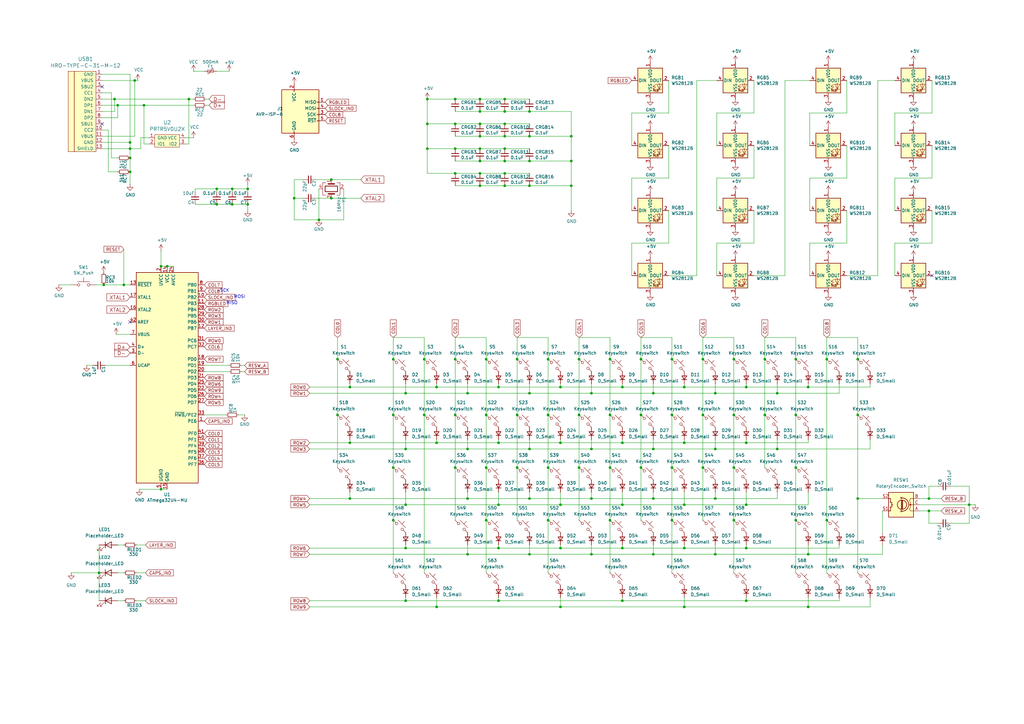
<source format=kicad_sch>
(kicad_sch (version 20250114) (generator "eeschema") (generator_version "9.0")
  (paper "A3")
  (lib_symbols
    (symbol "Connector:AVR-ISP-6" (pin_names (offset 1.016))
      (property "Reference" "J" (at -6.35 11.43 0))
      (property "Value" "AVR-ISP-6" (at 0 11.43 0))
      (symbol "AVR-ISP-6_1_1"
        (pin passive line (at -2.54 12.7 270) (length 2.54) (name "VCC") (number "2"))
        (pin passive line (at -2.54 -10.16 90) (length 2.54) (name "GND") (number "6"))
        (pin passive line (at 10.16 5.08 180) (length 2.54) (name "MISO") (number "1"))
        (pin passive line (at 10.16 2.54 180) (length 2.54) (name "MOSI") (number "4"))
        (pin passive line (at 10.16 0 180) (length 2.54) (name "SCK") (number "3"))
        (pin passive line (at 10.16 -2.54 180) (length 2.54) (name "~{RST}") (number "5"))
      )
    )
    (symbol "Device:C_Small" (pin_numbers (hide yes)) (pin_names (offset 0.254) (hide yes))
      (property "Reference" "C" (at 0.254 1.778 0))
      (property "Value" "C_Small" (at 0.254 -2.032 0))
      (symbol "C_Small_1_1"
        (pin passive line (at 0 2.54 270) (length 2.032) (name "~") (number "1"))
        (pin passive line (at 0 -2.54 90) (length 2.032) (name "~") (number "2"))
      )
    )
    (symbol "Device:Crystal_GND24" (pin_names (offset 1.016) (hide yes))
      (property "Reference" "Y" (at 3.175 5.08 0))
      (property "Value" "Crystal_GND24" (at 3.175 3.175 0))
      (symbol "Crystal_GND24_1_1"
        (pin passive line (at -3.81 0 0) (length 1.27) (name "1") (number "1"))
        (pin passive line (at 0 5.08 270) (length 1.27) (name "2") (number "2"))
        (pin passive line (at 0 -5.08 90) (length 1.27) (name "4") (number "4"))
        (pin passive line (at 3.81 0 180) (length 1.27) (name "3") (number "3"))
      )
    )
    (symbol "Device:D_Small" (pin_numbers (hide yes)) (pin_names (offset 0.254) (hide yes))
      (property "Reference" "D" (at -1.27 2.032 0))
      (property "Value" "D_Small" (at -3.81 -2.032 0))
      (symbol "D_Small_1_1"
        (pin passive line (at -2.54 0 0) (length 1.778) (name "K") (number "1"))
        (pin passive line (at 2.54 0 180) (length 1.778) (name "A") (number "2"))
      )
    )
    (symbol "Device:Polyfuse_Small" (pin_numbers (hide yes)) (pin_names (offset 0))
      (property "Reference" "F" (at -1.905 0 90))
      (property "Value" "Polyfuse_Small" (at 1.905 0 90))
      (symbol "Polyfuse_Small_1_1"
        (pin passive line (at 0 2.54 270) (length 0.635) (name "~") (number "1"))
        (pin passive line (at 0 -2.54 90) (length 0.635) (name "~") (number "2"))
      )
    )
    (symbol "Device:R_Small" (pin_numbers (hide yes)) (pin_names (offset 0.254) (hide yes))
      (property "Reference" "R" (at 0 0 90))
      (property "Value" "R_Small" (at 1.778 0 90))
      (symbol "R_Small_1_1"
        (pin passive line (at 0 2.54 270) (length 0.762) (name "~") (number "1"))
        (pin passive line (at 0 -2.54 90) (length 0.762) (name "~") (number "2"))
      )
    )
    (symbol "Device:RotaryEncoder_Switch" (pin_names (offset 0.254) (hide yes))
      (property "Reference" "SW" (at 0 6.604 0))
      (property "Value" "RotaryEncoder_Switch" (at 0 -6.604 0))
      (symbol "RotaryEncoder_Switch_1_1"
        (pin passive line (at -7.62 2.54 0) (length 2.54) (name "A") (number "A"))
        (pin passive line (at -7.62 0 0) (length 2.54) (name "C") (number "C"))
        (pin passive line (at -7.62 -2.54 0) (length 2.54) (name "B") (number "B"))
        (pin passive line (at 7.62 2.54 180) (length 2.54) (name "S1") (number "S1"))
        (pin passive line (at 7.62 -2.54 180) (length 2.54) (name "S2") (number "S2"))
      )
    )
    (symbol "LED:WS2812B" (pin_names (offset 0.254))
      (property "Reference" "D" (at 5.08 5.715 0))
      (property "Value" "WS2812B" (at 1.27 -5.715 0))
      (symbol "WS2812B_0_0"
        (text "RGB" (at 2.286 -4.191 0) (effects (font (size 0.762 0.762))))
      )
      (symbol "WS2812B_1_1"
        (pin input line (at -7.62 0 0) (length 2.54) (name "DIN") (number "4"))
        (pin power_in line (at 0 7.62 270) (length 2.54) (name "VDD") (number "1"))
        (pin power_in line (at 0 -7.62 90) (length 2.54) (name "VSS") (number "3"))
        (pin output line (at 7.62 0 180) (length 2.54) (name "DOUT") (number "2"))
      )
    )
    (symbol "MCU_Microchip_ATmega:ATmega32U4-MU"
      (property "Reference" "U" (at -12.7 44.45 0))
      (property "Value" "MCU_Microchip_ATmega_ATmega32U4-MU" (at 2.54 -44.45 0))
      (symbol "ATmega32U4-MU_1_1"
        (pin input line (at -15.24 38.1 0) (length 2.54) (name "~{RESET}") (number "13"))
        (pin input line (at -15.24 33.02 0) (length 2.54) (name "XTAL1") (number "17"))
        (pin output line (at -15.24 27.94 0) (length 2.54) (name "XTAL2") (number "16"))
        (pin passive line (at -15.24 22.86 0) (length 2.54) (name "AREF") (number "42"))
        (pin input line (at -15.24 17.78 0) (length 2.54) (name "VBUS") (number "7"))
        (pin bidirectional line (at -15.24 12.7 0) (length 2.54) (name "D+") (number "4"))
        (pin bidirectional line (at -15.24 10.16 0) (length 2.54) (name "D-") (number "3"))
        (pin passive line (at -15.24 5.08 0) (length 2.54) (name "UCAP") (number "6"))
        (pin power_in line (at -2.54 45.72 270) (length 2.54) (name "UVCC") (number "2"))
        (pin passive line (at -2.54 -45.72 90) (length 2.54) (name "UGND") (number "5"))
        (pin power_in line (at 0 45.72 270) (length 2.54) (name "VCC") (number "14"))
        (pin passive line (at 0 45.72 270) (length 2.54) (hide yes) (name "VCC") (number "34"))
        (pin power_in line (at 0 -45.72 90) (length 2.54) (name "GND") (number "15"))
        (pin passive line (at 0 -45.72 90) (length 2.54) (hide yes) (name "GND") (number "23"))
        (pin passive line (at 0 -45.72 90) (length 2.54) (hide yes) (name "GND") (number "35"))
        (pin passive line (at 0 -45.72 90) (length 2.54) (hide yes) (name "GND") (number "43"))
        (pin passive line (at 0 -45.72 90) (length 2.54) (hide yes) (name "GND") (number "45"))
        (pin power_in line (at 2.54 45.72 270) (length 2.54) (name "AVCC") (number "24"))
        (pin passive line (at 2.54 45.72 270) (length 2.54) (hide yes) (name "AVCC") (number "44"))
        (pin tri_state line (at 15.24 38.1 180) (length 2.54) (name "PB0") (number "8"))
        (pin tri_state line (at 15.24 35.56 180) (length 2.54) (name "PB1") (number "9"))
        (pin tri_state line (at 15.24 33.02 180) (length 2.54) (name "PB2") (number "10"))
        (pin tri_state line (at 15.24 30.48 180) (length 2.54) (name "PB3") (number "11"))
        (pin tri_state line (at 15.24 27.94 180) (length 2.54) (name "PB4") (number "28"))
        (pin tri_state line (at 15.24 25.4 180) (length 2.54) (name "PB5") (number "29"))
        (pin tri_state line (at 15.24 22.86 180) (length 2.54) (name "PB6") (number "30"))
        (pin tri_state line (at 15.24 20.32 180) (length 2.54) (name "PB7") (number "12"))
        (pin tri_state line (at 15.24 15.24 180) (length 2.54) (name "PC6") (number "31"))
        (pin tri_state line (at 15.24 12.7 180) (length 2.54) (name "PC7") (number "32"))
        (pin tri_state line (at 15.24 7.62 180) (length 2.54) (name "PD0") (number "18"))
        (pin tri_state line (at 15.24 5.08 180) (length 2.54) (name "PD1") (number "19"))
        (pin tri_state line (at 15.24 2.54 180) (length 2.54) (name "PD2") (number "20"))
        (pin tri_state line (at 15.24 0 180) (length 2.54) (name "PD3") (number "21"))
        (pin tri_state line (at 15.24 -2.54 180) (length 2.54) (name "PD4") (number "25"))
        (pin tri_state line (at 15.24 -5.08 180) (length 2.54) (name "PD5") (number "22"))
        (pin tri_state line (at 15.24 -7.62 180) (length 2.54) (name "PD6") (number "26"))
        (pin tri_state line (at 15.24 -10.16 180) (length 2.54) (name "PD7") (number "27"))
        (pin tri_state line (at 15.24 -15.24 180) (length 2.54) (name "~{HWB}/PE2") (number "33"))
        (pin tri_state line (at 15.24 -17.78 180) (length 2.54) (name "PE6") (number "1"))
        (pin tri_state line (at 15.24 -22.86 180) (length 2.54) (name "PF0") (number "41"))
        (pin tri_state line (at 15.24 -25.4 180) (length 2.54) (name "PF1") (number "40"))
        (pin tri_state line (at 15.24 -27.94 180) (length 2.54) (name "PF4") (number "39"))
        (pin tri_state line (at 15.24 -30.48 180) (length 2.54) (name "PF5") (number "38"))
        (pin tri_state line (at 15.24 -33.02 180) (length 2.54) (name "PF6") (number "37"))
        (pin tri_state line (at 15.24 -35.56 180) (length 2.54) (name "PF7") (number "36"))
      )
    )
    (symbol "ScottoKeebs:Placeholder_Keyswitch" (pin_numbers (hide yes)) (pin_names (offset 1.016) (hide yes))
      (property "Reference" "S" (at 3.048 1.016 0))
      (property "Value" "Keyswitch" (at 0 -3.81 0))
      (symbol "Placeholder_Keyswitch_0_1"
        (pin passive line (at -2.54 2.54 0) (length 0) (name "1") (number "1"))
        (pin passive line (at 2.54 -2.54 180) (length 0) (name "2") (number "2"))
      )
    )
    (symbol "ScottoKeebs:Placeholder_LED" (pin_numbers (hide yes)) (pin_names (offset 1.016) (hide yes))
      (property "Reference" "D" (at 0 2.54 0))
      (property "Value" "Placeholder_LED" (at 0 -2.54 0))
      (symbol "Placeholder_LED_1_1"
        (pin passive line (at -3.81 0 0) (length 2.54) (name "K") (number "1"))
        (pin passive line (at 3.81 0 180) (length 2.54) (name "A") (number "2"))
      )
    )
    (symbol "Switch:SW_Push" (pin_numbers (hide yes)) (pin_names (offset 1.016) (hide yes))
      (property "Reference" "SW" (at 1.27 2.54 0))
      (property "Value" "SW_Push" (at 0 -1.524 0))
      (symbol "SW_Push_0_1"
        (pin passive line (at -5.08 0 0) (length 2.54) (name "1") (number "1"))
        (pin passive line (at 5.08 0 180) (length 2.54) (name "2") (number "2"))
      )
    )
    (symbol "Type-C:HRO-TYPE-C-31-M-12" (pin_names (offset 1.016))
      (property "Reference" "USB" (at -5.08 16.51 0))
      (property "Value" "Type-C_HRO-TYPE-C-31-M-12" (at -10.16 -1.27 90))
      (symbol "HRO-TYPE-C-31-M-12_1_1"
        (pin input line (at 2.54 13.97 180) (length 2.54) (name "GND") (number "1"))
        (pin input line (at 2.54 11.43 180) (length 2.54) (name "VBUS") (number "2"))
        (pin input line (at 2.54 8.89 180) (length 2.54) (name "SBU2") (number "3"))
        (pin input line (at 2.54 6.35 180) (length 2.54) (name "CC1") (number "4"))
        (pin input line (at 2.54 3.81 180) (length 2.54) (name "DN2") (number "5"))
        (pin input line (at 2.54 1.27 180) (length 2.54) (name "DP1") (number "6"))
        (pin input line (at 2.54 -1.27 180) (length 2.54) (name "DN1") (number "7"))
        (pin input line (at 2.54 -3.81 180) (length 2.54) (name "DP2") (number "8"))
        (pin input line (at 2.54 -6.35 180) (length 2.54) (name "SBU1") (number "9"))
        (pin input line (at 2.54 -8.89 180) (length 2.54) (name "CC2") (number "10"))
        (pin input line (at 2.54 -11.43 180) (length 2.54) (name "VBUS") (number "11"))
        (pin input line (at 2.54 -13.97 180) (length 2.54) (name "GND") (number "12"))
        (pin input line (at 2.54 -16.51 180) (length 2.54) (name "SHIELD") (number "13"))
      )
    )
    (symbol "ai03-locallib:PRTR5V0U2X" (pin_names (offset 1.016))
      (property "Reference" "U" (at 0 3.81 0))
      (property "Value" "PRTR5V0U2X" (at 0 -3.81 0))
      (symbol "PRTR5V0U2X_1_1"
        (pin input line (at -7.62 1.27 0) (length 2.54) (name "GND") (number "1"))
        (pin input line (at -7.62 -1.27 0) (length 2.54) (name "IO1") (number "2"))
        (pin input line (at 7.62 1.27 180) (length 2.54) (name "VCC") (number "4"))
        (pin input line (at 7.62 -1.27 180) (length 2.54) (name "IO2") (number "3"))
      )
    )
    (symbol "power:+5V" (power) (pin_numbers (hide yes)) (pin_names (offset 0) (hide yes))
      (property "Value" "+5V" (at 0 3.556 0))
      (symbol "+5V_1_1"
        (pin power_in line (at 0 0 90) (length 0) (name "~") (number "1"))
      )
    )
    (symbol "power:GND" (power) (pin_numbers (hide yes)) (pin_names (offset 0) (hide yes))
      (property "Value" "GND" (at 0 -3.81 0))
      (symbol "GND_1_1"
        (pin power_in line (at 0 0 270) (length 0) (name "~") (number "1"))
      )
    )
    (symbol "power:VCC" (power) (pin_numbers (hide yes)) (pin_names (offset 0) (hide yes))
      (property "Value" "VCC" (at 0 3.556 0))
      (symbol "VCC_1_1"
        (pin power_in line (at 0 0 90) (length 0) (name "~") (number "1"))
      )
    )
  )
  (text "SCK" (at 90.17 120.015 0) (effects (font (size 1.27 1.27)) (justify left bottom)))
  (text "MISO" (at 92.71 125.095 0) (effects (font (size 1.27 1.27)) (justify left bottom)))
  (text "MOSI" (at 95.885 122.555 0) (effects (font (size 1.27 1.27)) (justify left bottom)))
  (junction (at 306.07 158.75))
  (junction (at 224.79 170.18))
  (junction (at 207.01 55.88))
  (junction (at 397.51 207.01))
  (junction (at 242.57 161.29))
  (junction (at 267.97 161.29))
  (junction (at 173.99 170.18))
  (junction (at 143.51 204.47))
  (junction (at 42.545 116.84))
  (junction (at 212.09 147.32))
  (junction (at 351.79 204.47))
  (junction (at 293.37 161.29))
  (junction (at 191.77 204.47))
  (junction (at 331.47 158.75))
  (junction (at 217.17 45.72))
  (junction (at 166.37 184.15))
  (junction (at 196.85 40.64))
  (junction (at 331.47 227.33))
  (junction (at 130.81 90.17))
  (junction (at 242.57 184.15))
  (junction (at 331.47 248.92))
  (junction (at 161.29 147.32))
  (junction (at 242.57 227.33))
  (junction (at 191.77 227.33))
  (junction (at 288.29 170.18))
  (junction (at 143.51 181.61))
  (junction (at 224.79 213.36))
  (junction (at 300.99 213.36))
  (junction (at 166.37 224.79))
  (junction (at 207.01 40.64))
  (junction (at 217.17 161.29))
  (junction (at 237.49 191.77))
  (junction (at 237.49 170.18))
  (junction (at 255.27 158.75))
  (junction (at 138.43 147.32))
  (junction (at 250.19 213.36))
  (junction (at 217.17 204.47))
  (junction (at 186.69 60.96))
  (junction (at 166.37 246.38))
  (junction (at 326.39 147.32))
  (junction (at 196.85 66.04))
  (junction (at 95.25 77.47))
  (junction (at 88.9 83.82))
  (junction (at 53.34 58.42))
  (junction (at 199.39 147.32))
  (junction (at 204.47 246.38))
  (junction (at 234.315 76.2))
  (junction (at 300.99 147.32))
  (junction (at 48.26 43.18))
  (junction (at 59.055 43.18))
  (junction (at 135.89 73.66))
  (junction (at 46.99 40.64))
  (junction (at 229.87 158.75))
  (junction (at 300.99 170.18))
  (junction (at 306.07 246.38))
  (junction (at 250.19 147.32))
  (junction (at 293.37 184.15))
  (junction (at 262.89 147.32))
  (junction (at 199.39 191.77))
  (junction (at 191.77 184.15))
  (junction (at 50.8 116.84))
  (junction (at 275.59 147.32))
  (junction (at 306.07 224.79))
  (junction (at 204.47 158.75))
  (junction (at 288.29 147.32))
  (junction (at 262.89 170.18))
  (junction (at 175.26 60.96))
  (junction (at 53.34 60.96))
  (junction (at 255.27 181.61))
  (junction (at 293.37 204.47))
  (junction (at 280.67 158.75))
  (junction (at 313.69 170.18))
  (junction (at 267.97 184.15))
  (junction (at 267.97 227.33))
  (junction (at 179.07 248.92))
  (junction (at 207.01 60.96))
  (junction (at 196.85 71.12))
  (junction (at 250.19 191.77))
  (junction (at 53.34 64.77))
  (junction (at 313.69 147.32))
  (junction (at 300.99 191.77))
  (junction (at 196.85 55.88))
  (junction (at 217.17 55.88))
  (junction (at 77.47 40.64))
  (junction (at 229.87 248.92))
  (junction (at 326.39 213.36))
  (junction (at 88.9 77.47))
  (junction (at 280.67 207.01))
  (junction (at 66.04 109.22))
  (junction (at 326.39 191.77))
  (junction (at 143.51 158.75))
  (junction (at 242.57 204.47))
  (junction (at 339.09 213.36))
  (junction (at 166.37 161.29))
  (junction (at 234.315 66.04))
  (junction (at 186.69 40.64))
  (junction (at 237.49 147.32))
  (junction (at 186.69 71.12))
  (junction (at 179.07 158.75))
  (junction (at 175.26 50.8))
  (junction (at 186.69 50.8))
  (junction (at 339.09 147.32))
  (junction (at 138.43 170.18))
  (junction (at 191.77 161.29))
  (junction (at 275.59 191.77))
  (junction (at 204.47 181.61))
  (junction (at 186.69 170.18))
  (junction (at 161.29 191.77))
  (junction (at 95.25 83.82))
  (junction (at 280.67 224.79))
  (junction (at 280.67 181.61))
  (junction (at 207.01 66.04))
  (junction (at 179.07 181.61))
  (junction (at 351.79 147.32))
  (junction (at 212.09 191.77))
  (junction (at 199.39 213.36))
  (junction (at 224.79 191.77))
  (junction (at 212.09 170.18))
  (junction (at 161.29 213.36))
  (junction (at 207.01 50.8))
  (junction (at 234.315 55.88))
  (junction (at 66.04 200.66))
  (junction (at 217.17 76.2))
  (junction (at 229.87 207.01))
  (junction (at 250.19 170.18))
  (junction (at 196.85 45.72))
  (junction (at 229.87 181.61))
  (junction (at 161.29 170.18))
  (junction (at 207.01 76.2))
  (junction (at 255.27 224.79))
  (junction (at 381 209.55))
  (junction (at 280.67 248.92))
  (junction (at 224.79 147.32))
  (junction (at 68.58 109.22))
  (junction (at 101.6 77.47))
  (junction (at 267.97 204.47))
  (junction (at 199.39 170.18))
  (junction (at 101.6 83.82))
  (junction (at 255.27 207.01))
  (junction (at 196.85 76.2))
  (junction (at 262.89 191.77))
  (junction (at 288.29 191.77))
  (junction (at 55.245 33.02))
  (junction (at 204.47 207.01))
  (junction (at 217.17 227.33))
  (junction (at 318.77 184.15))
  (junction (at 175.26 40.64))
  (junction (at 196.85 50.8))
  (junction (at 120.65 81.28))
  (junction (at 275.59 170.18))
  (junction (at 275.59 213.36))
  (junction (at 381 204.47))
  (junction (at 306.07 207.01))
  (junction (at 207.01 71.12))
  (junction (at 255.27 246.38))
  (junction (at 166.37 207.01))
  (junction (at 229.87 224.79))
  (junction (at 306.07 181.61))
  (junction (at 186.69 191.77))
  (junction (at 326.39 170.18))
  (junction (at 186.69 147.32))
  (junction (at 173.99 147.32))
  (junction (at 135.89 81.28))
  (junction (at 207.01 45.72))
  (junction (at 204.47 224.79))
  (junction (at 40.64 234.95))
  (junction (at 53.34 70.485))
  (junction (at 351.79 170.18))
  (junction (at 217.17 66.04))
  (junction (at 217.17 184.15))
  (junction (at 293.37 227.33))
  (junction (at 196.85 60.96))
  (junction (at 318.77 161.29))
  (no_connect (at 41.91 35.56))
  (no_connect (at 53.34 132.08))
  (no_connect (at 41.91 50.8))
  (no_connect (at 382.27 113.03))
  (wire (pts (xy 351.79 204.47) (xy 361.95 204.47)))
  (wire (pts (xy 217.17 184.15) (xy 242.57 184.15)))
  (wire (pts (xy 45.72 64.77) (xy 48.26 64.77)))
  (wire (pts (xy 53.34 60.96) (xy 57.785 60.96)))
  (wire (pts (xy 217.17 40.64) (xy 207.01 40.64)))
  (wire (pts (xy 331.47 157.48) (xy 331.47 158.75)))
  (wire (pts (xy 331.47 227.33) (xy 331.47 223.52)))
  (wire (pts (xy 79.375 56.515) (xy 76.2 56.515)))
  (wire (pts (xy 140.97 90.17) (xy 140.97 77.47)))
  (wire (pts (xy 161.29 170.18) (xy 161.29 191.77)))
  (wire (pts (xy 389.89 199.39) (xy 397.51 199.39)))
  (wire (pts (xy 138.43 138.43) (xy 138.43 147.32)))
  (wire (pts (xy 229.87 224.79) (xy 255.27 224.79)))
  (wire (pts (xy 175.26 40.64) (xy 186.69 40.64)))
  (wire (pts (xy 367.03 46.355) (xy 367.03 59.69)))
  (wire (pts (xy 80.01 83.82) (xy 88.9 83.82)))
  (wire (pts (xy 196.85 76.2) (xy 207.01 76.2)))
  (wire (pts (xy 255.27 207.01) (xy 280.67 207.01)))
  (wire (pts (xy 186.69 66.04) (xy 196.85 66.04)))
  (wire (pts (xy 347.345 73.025) (xy 332.105 73.025)))
  (wire (pts (xy 275.59 170.18) (xy 275.59 191.77)))
  (wire (pts (xy 306.07 181.61) (xy 331.47 181.61)))
  (wire (pts (xy 175.26 60.96) (xy 186.69 60.96)))
  (wire (pts (xy 46.99 40.64) (xy 77.47 40.64)))
  (wire (pts (xy 207.01 76.2) (xy 217.17 76.2)))
  (wire (pts (xy 332.105 46.355) (xy 332.105 59.69)))
  (wire (pts (xy 166.37 246.38) (xy 204.47 246.38)))
  (wire (pts (xy 88.9 29.21) (xy 93.98 29.21)))
  (wire (pts (xy 224.79 191.77) (xy 224.79 213.36)))
  (wire (pts (xy 229.87 158.75) (xy 255.27 158.75)))
  (wire (pts (xy 217.17 45.72) (xy 234.315 45.72)))
  (wire (pts (xy 347.345 46.355) (xy 332.105 46.355)))
  (wire (pts (xy 326.39 191.77) (xy 326.39 213.36)))
  (wire (pts (xy 186.69 170.18) (xy 186.69 191.77)))
  (wire (pts (xy 85.725 43.18) (xy 84.455 43.18)))
  (wire (pts (xy 44.45 53.34) (xy 44.45 70.485)))
  (wire (pts (xy 50.8 223.52) (xy 48.26 223.52)))
  (wire (pts (xy 179.07 245.11) (xy 179.07 248.92)))
  (wire (pts (xy 204.47 181.61) (xy 229.87 181.61)))
  (wire (pts (xy 382.27 33.02) (xy 382.27 46.355)))
  (wire (pts (xy 143.51 157.48) (xy 143.51 158.75)))
  (wire (pts (xy 191.77 157.48) (xy 191.77 161.29)))
  (wire (pts (xy 309.245 113.03) (xy 321.945 113.03)))
  (wire (pts (xy 313.69 170.18) (xy 313.69 191.77)))
  (wire (pts (xy 196.85 66.04) (xy 207.01 66.04)))
  (wire (pts (xy 199.39 170.18) (xy 199.39 191.77)))
  (wire (pts (xy 166.37 201.93) (xy 166.37 207.01)))
  (wire (pts (xy 347.345 86.36) (xy 347.345 99.695)))
  (wire (pts (xy 347.345 113.03) (xy 360.045 113.03)))
  (wire (pts (xy 53.34 70.485) (xy 53.34 75.565)))
  (wire (pts (xy 179.07 181.61) (xy 204.47 181.61)))
  (wire (pts (xy 313.69 147.32) (xy 313.69 170.18)))
  (wire (pts (xy 59.055 59.055) (xy 59.055 43.18)))
  (wire (pts (xy 166.37 161.29) (xy 191.77 161.29)))
  (wire (pts (xy 101.6 77.47) (xy 101.6 78.74)))
  (wire (pts (xy 59.055 43.18) (xy 79.375 43.18)))
  (wire (pts (xy 179.07 180.34) (xy 179.07 181.61)))
  (wire (pts (xy 204.47 245.11) (xy 204.47 246.38)))
  (wire (pts (xy 50.8 234.95) (xy 48.26 234.95)))
  (wire (pts (xy 88.9 77.47) (xy 95.25 77.47)))
  (wire (pts (xy 331.47 181.61) (xy 331.47 180.34)))
  (wire (pts (xy 300.99 147.32) (xy 300.99 170.18)))
  (wire (pts (xy 57.785 56.515) (xy 60.96 56.515)))
  (wire (pts (xy 318.77 184.15) (xy 356.87 184.15)))
  (wire (pts (xy 196.85 45.72) (xy 207.01 45.72)))
  (wire (pts (xy 207.01 55.88) (xy 217.17 55.88)))
  (wire (pts (xy 389.89 214.63) (xy 397.51 214.63)))
  (wire (pts (xy 274.32 113.03) (xy 285.75 113.03)))
  (wire (pts (xy 45.72 64.77) (xy 45.72 38.1)))
  (wire (pts (xy 229.87 248.92) (xy 280.67 248.92)))
  (wire (pts (xy 127 246.38) (xy 166.37 246.38)))
  (wire (pts (xy 381 204.47) (xy 381 199.39)))
  (wire (pts (xy 331.47 245.11) (xy 331.47 248.92)))
  (wire (pts (xy 255.27 201.93) (xy 255.27 207.01)))
  (wire (pts (xy 212.09 138.43) (xy 212.09 147.32)))
  (wire (pts (xy 347.345 33.02) (xy 347.345 46.355)))
  (wire (pts (xy 356.87 184.15) (xy 356.87 180.34)))
  (wire (pts (xy 130.81 90.17) (xy 130.81 77.47)))
  (wire (pts (xy 186.69 191.77) (xy 186.69 213.36)))
  (wire (pts (xy 267.97 227.33) (xy 293.37 227.33)))
  (wire (pts (xy 351.79 138.43) (xy 351.79 147.32)))
  (wire (pts (xy 212.09 147.32) (xy 212.09 170.18)))
  (wire (pts (xy 274.32 59.69) (xy 274.32 73.025)))
  (wire (pts (xy 143.51 158.75) (xy 179.07 158.75)))
  (wire (pts (xy 217.17 157.48) (xy 217.17 161.29)))
  (wire (pts (xy 161.29 191.77) (xy 161.29 213.36)))
  (wire (pts (xy 331.47 248.92) (xy 356.87 248.92)))
  (wire (pts (xy 259.08 99.695) (xy 259.08 113.03)))
  (wire (pts (xy 217.17 50.8) (xy 207.01 50.8)))
  (wire (pts (xy 326.39 213.36) (xy 326.39 234.95)))
  (wire (pts (xy 66.04 102.87) (xy 66.04 109.22)))
  (wire (pts (xy 101.6 83.82) (xy 101.6 86.36)))
  (wire (pts (xy 382.27 86.36) (xy 382.27 99.695)))
  (wire (pts (xy 250.19 138.43) (xy 250.19 147.32)))
  (wire (pts (xy 217.17 223.52) (xy 217.17 227.33)))
  (wire (pts (xy 41.91 48.26) (xy 48.26 48.26)))
  (wire (pts (xy 166.37 245.11) (xy 166.37 246.38)))
  (wire (pts (xy 280.67 158.75) (xy 306.07 158.75)))
  (wire (pts (xy 161.29 138.43) (xy 161.29 147.32)))
  (wire (pts (xy 66.04 200.66) (xy 68.58 200.66)))
  (wire (pts (xy 267.97 184.15) (xy 293.37 184.15)))
  (wire (pts (xy 204.47 207.01) (xy 229.87 207.01)))
  (wire (pts (xy 280.67 245.11) (xy 280.67 248.92)))
  (wire (pts (xy 53.34 60.96) (xy 53.34 64.77)))
  (wire (pts (xy 242.57 204.47) (xy 267.97 204.47)))
  (wire (pts (xy 367.03 73.025) (xy 367.03 86.36)))
  (wire (pts (xy 204.47 246.38) (xy 255.27 246.38)))
  (wire (pts (xy 41.91 53.34) (xy 44.45 53.34)))
  (wire (pts (xy 43.18 149.86) (xy 53.34 149.86)))
  (wire (pts (xy 48.26 43.18) (xy 41.91 43.18)))
  (wire (pts (xy 166.37 157.48) (xy 166.37 161.29)))
  (wire (pts (xy 280.67 223.52) (xy 280.67 224.79)))
  (wire (pts (xy 242.57 184.15) (xy 267.97 184.15)))
  (wire (pts (xy 95.25 77.47) (xy 101.6 77.47)))
  (wire (pts (xy 127 158.75) (xy 143.51 158.75)))
  (wire (pts (xy 300.99 191.77) (xy 300.99 213.36)))
  (wire (pts (xy 361.95 218.44) (xy 361.95 209.55)))
  (wire (pts (xy 143.51 204.47) (xy 191.77 204.47)))
  (wire (pts (xy 56.515 33.02) (xy 55.245 33.02)))
  (wire (pts (xy 173.99 138.43) (xy 173.99 147.32)))
  (wire (pts (xy 217.17 201.93) (xy 217.17 204.47)))
  (wire (pts (xy 267.97 157.48) (xy 267.97 161.29)))
  (wire (pts (xy 77.47 59.055) (xy 77.47 40.64)))
  (wire (pts (xy 234.315 55.88) (xy 217.17 55.88)))
  (wire (pts (xy 100.33 152.4) (xy 99.06 152.4)))
  (wire (pts (xy 186.69 138.43) (xy 199.39 138.43)))
  (wire (pts (xy 293.37 201.93) (xy 293.37 204.47)))
  (wire (pts (xy 274.32 46.355) (xy 259.08 46.355)))
  (wire (pts (xy 191.77 227.33) (xy 217.17 227.33)))
  (wire (pts (xy 259.08 73.025) (xy 259.08 86.36)))
  (wire (pts (xy 130.81 90.17) (xy 140.97 90.17)))
  (wire (pts (xy 274.32 33.02) (xy 274.32 46.355)))
  (wire (pts (xy 293.37 184.15) (xy 318.77 184.15)))
  (wire (pts (xy 234.315 66.04) (xy 234.315 55.88)))
  (wire (pts (xy 267.97 180.34) (xy 267.97 184.15)))
  (wire (pts (xy 280.67 180.34) (xy 280.67 181.61)))
  (wire (pts (xy 280.67 207.01) (xy 306.07 207.01)))
  (wire (pts (xy 68.58 109.22) (xy 71.12 109.22)))
  (wire (pts (xy 259.08 46.355) (xy 259.08 59.69)))
  (wire (pts (xy 234.315 86.36) (xy 234.315 76.2)))
  (wire (pts (xy 288.29 138.43) (xy 300.99 138.43)))
  (wire (pts (xy 386.08 209.55) (xy 381 209.55)))
  (wire (pts (xy 309.245 46.355) (xy 294.005 46.355)))
  (wire (pts (xy 42.545 116.84) (xy 50.8 116.84)))
  (wire (pts (xy 250.19 170.18) (xy 250.19 191.77)))
  (wire (pts (xy 381 214.63) (xy 384.81 214.63)))
  (wire (pts (xy 262.89 138.43) (xy 262.89 147.32)))
  (wire (pts (xy 127 161.29) (xy 166.37 161.29)))
  (wire (pts (xy 217.17 161.29) (xy 242.57 161.29)))
  (wire (pts (xy 217.17 180.34) (xy 217.17 184.15)))
  (wire (pts (xy 45.72 38.1) (xy 41.91 38.1)))
  (wire (pts (xy 138.43 147.32) (xy 138.43 170.18)))
  (wire (pts (xy 321.945 33.02) (xy 332.105 33.02)))
  (wire (pts (xy 288.29 170.18) (xy 288.29 191.77)))
  (wire (pts (xy 313.69 138.43) (xy 326.39 138.43)))
  (wire (pts (xy 331.47 227.33) (xy 361.95 227.33)))
  (wire (pts (xy 347.345 59.69) (xy 347.345 73.025)))
  (wire (pts (xy 84.455 40.64) (xy 85.725 40.64)))
  (wire (pts (xy 129.54 73.66) (xy 135.89 73.66)))
  (wire (pts (xy 120.65 81.28) (xy 124.46 81.28)))
  (wire (pts (xy 41.91 55.88) (xy 55.245 55.88)))
  (wire (pts (xy 143.51 180.34) (xy 143.51 181.61)))
  (wire (pts (xy 237.49 138.43) (xy 237.49 147.32)))
  (wire (pts (xy 191.77 223.52) (xy 191.77 227.33)))
  (wire (pts (xy 262.89 191.77) (xy 262.89 213.36)))
  (wire (pts (xy 135.89 73.66) (xy 147.955 73.66)))
  (wire (pts (xy 332.105 73.025) (xy 332.105 86.36)))
  (wire (pts (xy 300.99 138.43) (xy 300.99 147.32)))
  (wire (pts (xy 274.32 73.025) (xy 259.08 73.025)))
  (wire (pts (xy 288.29 147.32) (xy 288.29 170.18)))
  (wire (pts (xy 191.77 184.15) (xy 217.17 184.15)))
  (wire (pts (xy 326.39 170.18) (xy 326.39 191.77)))
  (wire (pts (xy 40.64 223.52) (xy 40.64 234.95)))
  (wire (pts (xy 196.85 71.12) (xy 186.69 71.12)))
  (wire (pts (xy 318.77 161.29) (xy 344.17 161.29)))
  (wire (pts (xy 166.37 223.52) (xy 166.37 224.79)))
  (wire (pts (xy 306.07 157.48) (xy 306.07 158.75)))
  (wire (pts (xy 397.51 207.01) (xy 400.05 207.01)))
  (wire (pts (xy 339.09 138.43) (xy 351.79 138.43)))
  (wire (pts (xy 255.27 223.52) (xy 255.27 224.79)))
  (wire (pts (xy 237.49 191.77) (xy 237.49 213.36)))
  (wire (pts (xy 83.82 152.4) (xy 93.98 152.4)))
  (wire (pts (xy 199.39 191.77) (xy 199.39 213.36)))
  (wire (pts (xy 313.69 138.43) (xy 313.69 147.32)))
  (wire (pts (xy 381 199.39) (xy 384.81 199.39)))
  (wire (pts (xy 344.17 224.79) (xy 344.17 223.52)))
  (wire (pts (xy 306.07 207.01) (xy 331.47 207.01)))
  (wire (pts (xy 57.785 60.96) (xy 57.785 56.515)))
  (wire (pts (xy 397.51 199.39) (xy 397.51 207.01)))
  (wire (pts (xy 127 204.47) (xy 143.51 204.47)))
  (wire (pts (xy 55.245 55.88) (xy 55.245 33.02)))
  (wire (pts (xy 288.29 191.77) (xy 288.29 213.36)))
  (wire (pts (xy 207.01 40.64) (xy 196.85 40.64)))
  (wire (pts (xy 29.21 234.95) (xy 40.64 234.95)))
  (wire (pts (xy 242.57 227.33) (xy 267.97 227.33)))
  (wire (pts (xy 356.87 158.75) (xy 356.87 157.48)))
  (wire (pts (xy 80.01 77.47) (xy 88.9 77.47)))
  (wire (pts (xy 204.47 180.34) (xy 204.47 181.61)))
  (wire (pts (xy 186.69 55.88) (xy 196.85 55.88)))
  (wire (pts (xy 237.49 138.43) (xy 250.19 138.43)))
  (wire (pts (xy 255.27 180.34) (xy 255.27 181.61)))
  (wire (pts (xy 224.79 213.36) (xy 224.79 234.95)))
  (wire (pts (xy 76.2 59.055) (xy 77.47 59.055)))
  (wire (pts (xy 229.87 157.48) (xy 229.87 158.75)))
  (wire (pts (xy 120.65 81.28) (xy 120.65 90.17)))
  (wire (pts (xy 83.82 149.86) (xy 93.98 149.86)))
  (wire (pts (xy 77.47 40.64) (xy 79.375 40.64)))
  (wire (pts (xy 280.67 224.79) (xy 306.07 224.79)))
  (wire (pts (xy 44.45 70.485) (xy 48.26 70.485)))
  (wire (pts (xy 309.245 33.02) (xy 309.245 46.355)))
  (wire (pts (xy 196.85 50.8) (xy 186.69 50.8)))
  (wire (pts (xy 300.99 170.18) (xy 300.99 191.77)))
  (wire (pts (xy 100.33 149.86) (xy 99.06 149.86)))
  (wire (pts (xy 306.07 246.38) (xy 344.17 246.38)))
  (wire (pts (xy 229.87 181.61) (xy 255.27 181.61)))
  (wire (pts (xy 57.15 200.66) (xy 66.04 200.66)))
  (wire (pts (xy 347.345 99.695) (xy 332.105 99.695)))
  (wire (pts (xy 242.57 161.29) (xy 267.97 161.29)))
  (wire (pts (xy 306.07 158.75) (xy 331.47 158.75)))
  (wire (pts (xy 306.07 223.52) (xy 306.07 224.79)))
  (wire (pts (xy 331.47 158.75) (xy 356.87 158.75)))
  (wire (pts (xy 204.47 223.52) (xy 204.47 224.79)))
  (wire (pts (xy 95.25 83.82) (xy 101.6 83.82)))
  (wire (pts (xy 255.27 246.38) (xy 306.07 246.38)))
  (wire (pts (xy 95.25 77.47) (xy 95.25 78.74)))
  (wire (pts (xy 186.69 76.2) (xy 196.85 76.2)))
  (wire (pts (xy 377.19 207.01) (xy 397.51 207.01)))
  (wire (pts (xy 274.32 86.36) (xy 274.32 99.695)))
  (wire (pts (xy 339.09 138.43) (xy 339.09 147.32)))
  (wire (pts (xy 237.49 170.18) (xy 237.49 191.77)))
  (wire (pts (xy 217.17 227.33) (xy 242.57 227.33)))
  (wire (pts (xy 382.27 99.695) (xy 367.03 99.695)))
  (wire (pts (xy 120.65 90.17) (xy 130.81 90.17)))
  (wire (pts (xy 191.77 204.47) (xy 217.17 204.47)))
  (wire (pts (xy 212.09 170.18) (xy 212.09 191.77)))
  (wire (pts (xy 294.005 73.025) (xy 294.005 86.36)))
  (wire (pts (xy 161.29 147.32) (xy 161.29 170.18)))
  (wire (pts (xy 306.07 224.79) (xy 344.17 224.79)))
  (wire (pts (xy 48.26 48.26) (xy 48.26 43.18)))
  (wire (pts (xy 217.17 76.2) (xy 234.315 76.2)))
  (wire (pts (xy 175.26 60.96) (xy 175.26 50.8)))
  (wire (pts (xy 255.27 158.75) (xy 280.67 158.75)))
  (wire (pts (xy 361.95 223.52) (xy 361.95 227.33)))
  (wire (pts (xy 60.96 59.055) (xy 59.055 59.055)))
  (wire (pts (xy 138.43 170.18) (xy 138.43 191.77)))
  (wire (pts (xy 204.47 224.79) (xy 229.87 224.79)))
  (wire (pts (xy 309.245 59.69) (xy 309.245 73.025)))
  (wire (pts (xy 293.37 204.47) (xy 318.77 204.47)))
  (wire (pts (xy 47.625 137.16) (xy 53.34 137.16)))
  (wire (pts (xy 293.37 227.33) (xy 331.47 227.33)))
  (wire (pts (xy 53.34 64.77) (xy 53.34 70.485)))
  (wire (pts (xy 143.51 181.61) (xy 179.07 181.61)))
  (wire (pts (xy 275.59 138.43) (xy 275.59 147.32)))
  (wire (pts (xy 318.77 157.48) (xy 318.77 161.29)))
  (wire (pts (xy 255.27 245.11) (xy 255.27 246.38)))
  (wire (pts (xy 356.87 248.92) (xy 356.87 245.11)))
  (wire (pts (xy 173.99 170.18) (xy 173.99 234.95)))
  (wire (pts (xy 262.89 147.32) (xy 262.89 170.18)))
  (wire (pts (xy 309.245 73.025) (xy 294.005 73.025)))
  (wire (pts (xy 288.29 138.43) (xy 288.29 147.32)))
  (wire (pts (xy 234.315 76.2) (xy 234.315 66.04)))
  (wire (pts (xy 294.005 46.355) (xy 294.005 59.69)))
  (wire (pts (xy 212.09 191.77) (xy 212.09 213.36)))
  (wire (pts (xy 294.005 99.695) (xy 294.005 113.03)))
  (wire (pts (xy 382.27 59.69) (xy 382.27 73.025)))
  (wire (pts (xy 59.69 223.52) (xy 55.88 223.52)))
  (wire (pts (xy 124.46 73.66) (xy 120.65 73.66)))
  (wire (pts (xy 173.99 147.32) (xy 173.99 170.18)))
  (wire (pts (xy 166.37 224.79) (xy 204.47 224.79)))
  (wire (pts (xy 196.85 55.88) (xy 207.01 55.88)))
  (wire (pts (xy 80.01 77.47) (xy 80.01 78.74)))
  (wire (pts (xy 40.64 234.95) (xy 40.64 246.38)))
  (wire (pts (xy 242.57 180.34) (xy 242.57 184.15)))
  (wire (pts (xy 186.69 147.32) (xy 186.69 170.18)))
  (wire (pts (xy 207.01 66.04) (xy 217.17 66.04)))
  (wire (pts (xy 166.37 184.15) (xy 191.77 184.15)))
  (wire (pts (xy 175.26 50.8) (xy 186.69 50.8)))
  (wire (pts (xy 196.85 60.96) (xy 186.69 60.96)))
  (wire (pts (xy 204.47 201.93) (xy 204.47 207.01)))
  (wire (pts (xy 59.69 234.95) (xy 55.88 234.95)))
  (wire (pts (xy 250.19 191.77) (xy 250.19 213.36)))
  (wire (pts (xy 196.85 40.64) (xy 186.69 40.64)))
  (wire (pts (xy 360.045 113.03) (xy 360.045 33.02)))
  (wire (pts (xy 204.47 157.48) (xy 204.47 158.75)))
  (wire (pts (xy 207.01 60.96) (xy 196.85 60.96)))
  (wire (pts (xy 250.19 147.32) (xy 250.19 170.18)))
  (wire (pts (xy 191.77 161.29) (xy 217.17 161.29)))
  (wire (pts (xy 29.21 116.84) (xy 24.13 116.84)))
  (wire (pts (xy 386.08 204.47) (xy 381 204.47)))
  (wire (pts (xy 191.77 180.34) (xy 191.77 184.15)))
  (wire (pts (xy 217.17 71.12) (xy 207.01 71.12)))
  (wire (pts (xy 224.79 170.18) (xy 224.79 191.77)))
  (wire (pts (xy 229.87 207.01) (xy 255.27 207.01)))
  (wire (pts (xy 79.375 29.21) (xy 83.82 29.21)))
  (wire (pts (xy 339.09 213.36) (xy 339.09 234.95)))
  (wire (pts (xy 66.04 109.22) (xy 68.58 109.22)))
  (wire (pts (xy 242.57 223.52) (xy 242.57 227.33)))
  (wire (pts (xy 127 184.15) (xy 166.37 184.15)))
  (wire (pts (xy 250.19 213.36) (xy 250.19 234.95)))
  (wire (pts (xy 309.245 99.695) (xy 294.005 99.695)))
  (wire (pts (xy 97.79 170.18) (xy 100.33 170.18)))
  (wire (pts (xy 199.39 138.43) (xy 199.39 147.32)))
  (wire (pts (xy 262.89 170.18) (xy 262.89 191.77)))
  (wire (pts (xy 217.17 60.96) (xy 207.01 60.96)))
  (wire (pts (xy 175.26 50.8) (xy 175.26 40.64)))
  (wire (pts (xy 127 248.92) (xy 179.07 248.92)))
  (wire (pts (xy 381 204.47) (xy 377.19 204.47)))
  (wire (pts (xy 331.47 207.01) (xy 331.47 201.93)))
  (wire (pts (xy 46.99 45.72) (xy 41.91 45.72)))
  (wire (pts (xy 207.01 71.12) (xy 196.85 71.12)))
  (wire (pts (xy 367.03 99.695) (xy 367.03 113.03)))
  (wire (pts (xy 229.87 245.11) (xy 229.87 248.92)))
  (wire (pts (xy 397.51 214.63) (xy 397.51 207.01)))
  (wire (pts (xy 50.8 116.84) (xy 53.34 116.84)))
  (wire (pts (xy 267.97 223.52) (xy 267.97 227.33)))
  (wire (pts (xy 46.99 40.64) (xy 46.99 45.72)))
  (wire (pts (xy 41.91 30.48) (xy 53.34 30.48)))
  (wire (pts (xy 300.99 213.36) (xy 300.99 234.95)))
  (wire (pts (xy 186.69 138.43) (xy 186.69 147.32)))
  (wire (pts (xy 255.27 181.61) (xy 280.67 181.61)))
  (wire (pts (xy 229.87 201.93) (xy 229.87 207.01)))
  (wire (pts (xy 161.29 213.36) (xy 161.29 234.95)))
  (wire (pts (xy 306.07 245.11) (xy 306.07 246.38)))
  (wire (pts (xy 351.79 170.18) (xy 351.79 204.47)))
  (wire (pts (xy 161.29 138.43) (xy 173.99 138.43)))
  (wire (pts (xy 101.6 75.565) (xy 101.6 77.47)))
  (wire (pts (xy 179.07 157.48) (xy 179.07 158.75)))
  (wire (pts (xy 179.07 158.75) (xy 204.47 158.75)))
  (wire (pts (xy 53.34 30.48) (xy 53.34 58.42)))
  (wire (pts (xy 41.91 60.96) (xy 53.34 60.96)))
  (wire (pts (xy 217.17 66.04) (xy 234.315 66.04)))
  (wire (pts (xy 217.17 204.47) (xy 242.57 204.47)))
  (wire (pts (xy 262.89 138.43) (xy 275.59 138.43)))
  (wire (pts (xy 39.37 116.84) (xy 42.545 116.84)))
  (wire (pts (xy 280.67 201.93) (xy 280.67 207.01)))
  (wire (pts (xy 293.37 180.34) (xy 293.37 184.15)))
  (wire (pts (xy 186.69 71.12) (xy 175.26 71.12)))
  (wire (pts (xy 280.67 157.48) (xy 280.67 158.75)))
  (wire (pts (xy 381 209.55) (xy 381 214.63)))
  (wire (pts (xy 255.27 224.79) (xy 280.67 224.79)))
  (wire (pts (xy 242.57 201.93) (xy 242.57 204.47)))
  (wire (pts (xy 53.34 60.96) (xy 53.34 58.42)))
  (wire (pts (xy 127 227.33) (xy 191.77 227.33)))
  (wire (pts (xy 332.105 99.695) (xy 332.105 113.03)))
  (wire (pts (xy 339.09 147.32) (xy 339.09 213.36)))
  (wire (pts (xy 280.67 248.92) (xy 331.47 248.92)))
  (wire (pts (xy 129.54 81.28) (xy 135.89 81.28)))
  (wire (pts (xy 199.39 147.32) (xy 199.39 170.18)))
  (wire (pts (xy 127 181.61) (xy 143.51 181.61)))
  (wire (pts (xy 318.77 201.93) (xy 318.77 204.47)))
  (wire (pts (xy 41.91 40.64) (xy 46.99 40.64)))
  (wire (pts (xy 204.47 158.75) (xy 229.87 158.75)))
  (wire (pts (xy 48.26 43.18) (xy 59.055 43.18)))
  (wire (pts (xy 293.37 157.48) (xy 293.37 161.29)))
  (wire (pts (xy 267.97 204.47) (xy 293.37 204.47)))
  (wire (pts (xy 382.27 73.025) (xy 367.03 73.025)))
  (wire (pts (xy 382.27 46.355) (xy 367.03 46.355)))
  (wire (pts (xy 92.71 170.18) (xy 83.82 170.18)))
  (wire (pts (xy 207.01 50.8) (xy 196.85 50.8)))
  (wire (pts (xy 267.97 201.93) (xy 267.97 204.47)))
  (wire (pts (xy 344.17 245.11) (xy 344.17 246.38)))
  (wire (pts (xy 186.69 45.72) (xy 196.85 45.72)))
  (wire (pts (xy 143.51 201.93) (xy 143.51 204.47)))
  (wire (pts (xy 275.59 147.32) (xy 275.59 170.18)))
  (wire (pts (xy 309.245 86.36) (xy 309.245 99.695)))
  (wire (pts (xy 212.09 138.43) (xy 224.79 138.43)))
  (wire (pts (xy 135.89 81.28) (xy 147.955 81.28)))
  (wire (pts (xy 321.945 113.03) (xy 321.945 33.02)))
  (wire (pts (xy 318.77 180.34) (xy 318.77 184.15)))
  (wire (pts (xy 326.39 138.43) (xy 326.39 147.32)))
  (wire (pts (xy 326.39 147.32) (xy 326.39 170.18)))
  (wire (pts (xy 351.79 204.47) (xy 351.79 234.95)))
  (wire (pts (xy 360.045 33.02) (xy 367.03 33.02)))
  (wire (pts (xy 255.27 157.48) (xy 255.27 158.75)))
  (wire (pts (xy 229.87 223.52) (xy 229.87 224.79)))
  (wire (pts (xy 275.59 213.36) (xy 275.59 234.95)))
  (wire (pts (xy 199.39 213.36) (xy 199.39 234.95)))
  (wire (pts (xy 237.49 147.32) (xy 237.49 170.18)))
  (wire (pts (xy 285.75 113.03) (xy 285.75 33.02)))
  (wire (pts (xy 207.01 45.72) (xy 217.17 45.72)))
  (wire (pts (xy 274.32 99.695) (xy 259.08 99.695)))
  (wire (pts (xy 293.37 161.29) (xy 318.77 161.29)))
  (wire (pts (xy 175.26 71.12) (xy 175.26 60.96)))
  (wire (pts (xy 344.17 157.48) (xy 344.17 161.29)))
  (wire (pts (xy 285.75 33.02) (xy 294.005 33.02)))
  (wire (pts (xy 53.34 58.42) (xy 41.91 58.42)))
  (wire (pts (xy 242.57 157.48) (xy 242.57 161.29)))
  (wire (pts (xy 351.79 147.32) (xy 351.79 170.18)))
  (wire (pts (xy 88.9 77.47) (xy 88.9 78.74)))
  (wire (pts (xy 306.07 180.34) (xy 306.07 181.61)))
  (wire (pts (xy 50.8 246.38) (xy 48.26 246.38)))
  (wire (pts (xy 293.37 223.52) (xy 293.37 227.33)))
  (wire (pts (xy 381 209.55) (xy 377.19 209.55)))
  (wire (pts (xy 127 207.01) (xy 166.37 207.01)))
  (wire (pts (xy 229.87 180.34) (xy 229.87 181.61)))
  (wire (pts (xy 120.65 73.66) (xy 120.65 81.28)))
  (wire (pts (xy 166.37 207.01) (xy 204.47 207.01)))
  (wire (pts (xy 224.79 147.32) (xy 224.79 170.18)))
  (wire (pts (xy 50.8 102.235) (xy 50.8 116.84)))
  (wire (pts (xy 267.97 161.29) (xy 293.37 161.29)))
  (wire (pts (xy 35.56 149.86) (xy 38.1 149.86)))
  (wire (pts (xy 179.07 248.92) (xy 229.87 248.92)))
  (wire (pts (xy 166.37 180.34) (xy 166.37 184.15)))
  (wire (pts (xy 127 224.79) (xy 166.37 224.79)))
  (wire (pts (xy 55.245 33.02) (xy 41.91 33.02)))
  (wire (pts (xy 280.67 181.61) (xy 306.07 181.61)))
  (wire (pts (xy 59.69 246.38) (xy 55.88 246.38)))
  (wire (pts (xy 234.315 45.72) (xy 234.315 55.88)))
  (wire (pts (xy 191.77 201.93) (xy 191.77 204.47)))
  (wire (pts (xy 88.9 83.82) (xy 95.25 83.82)))
  (wire (pts (xy 224.79 138.43) (xy 224.79 147.32)))
  (wire (pts (xy 306.07 201.93) (xy 306.07 207.01)))
  (wire (pts (xy 275.59 191.77) (xy 275.59 213.36)))
  (global_label "ROW1" (shape input) (at 127 161.29 180) (property "Intersheetrefs" "${INTERSHEET_REFS}" (effects (hide yes))))
  (global_label "ROW5" (shape input) (at 127 207.01 180) (property "Intersheetrefs" "${INTERSHEET_REFS}" (effects (hide yes))))
  (global_label "D-" (shape input) (at 53.34 144.78 180) (effects (font (size 1.524 1.524))) (property "Intersheetrefs" "${INTERSHEET_REFS}" (effects (hide yes))))
  (global_label "ROW6" (shape input) (at 83.82 157.48 0) (property "Intersheetrefs" "${INTERSHEET_REFS}" (effects (hide yes))))
  (global_label "D+" (shape input) (at 85.725 43.18 0) (effects (font (size 1.524 1.524))) (property "Intersheetrefs" "${INTERSHEET_REFS}" (effects (hide yes))))
  (global_label "ROW4" (shape input) (at 83.82 162.56 0) (property "Intersheetrefs" "${INTERSHEET_REFS}" (effects (hide yes))))
  (global_label "COL0" (shape input) (at 83.82 177.8 0) (property "Intersheetrefs" "${INTERSHEET_REFS}" (effects (hide yes))))
  (global_label "XTAL2" (shape input) (at 53.34 127 180) (effects (font (size 1.524 1.524))) (property "Intersheetrefs" "${INTERSHEET_REFS}" (effects (hide yes))))
  (global_label "COL8" (shape input) (at 133.35 46.99 0) (property "Intersheetrefs" "${INTERSHEET_REFS}" (effects (hide yes))))
  (global_label "RESET" (shape input) (at 133.35 49.53 0) (property "Intersheetrefs" "${INTERSHEET_REFS}" (effects (hide yes))))
  (global_label "CAPS_IND" (shape input) (at 59.69 234.95 0) (property "Intersheetrefs" "${INTERSHEET_REFS}" (effects (hide yes))))
  (global_label "RESW_A" (shape input) (at 100.33 149.86 0) (property "Intersheetrefs" "${INTERSHEET_REFS}" (effects (hide yes))))
  (global_label "RESET" (shape input) (at 50.8 102.235 180) (property "Intersheetrefs" "${INTERSHEET_REFS}" (effects (hide yes))))
  (global_label "ROW9" (shape input) (at 127 248.92 180) (property "Intersheetrefs" "${INTERSHEET_REFS}" (effects (hide yes))))
  (global_label "RGBLED" (shape input) (at 259.08 33.02 180) (property "Intersheetrefs" "${INTERSHEET_REFS}" (effects (hide yes))))
  (global_label "D+" (shape input) (at 53.34 142.24 180) (effects (font (size 1.524 1.524))) (property "Intersheetrefs" "${INTERSHEET_REFS}" (effects (hide yes))))
  (global_label "ROW2" (shape input) (at 83.82 127 0) (property "Intersheetrefs" "${INTERSHEET_REFS}" (effects (hide yes))))
  (global_label "CAPS_IND" (shape input) (at 83.82 172.72 0) (property "Intersheetrefs" "${INTERSHEET_REFS}" (effects (hide yes))))
  (global_label "ROW6" (shape input) (at 127 224.79 180) (property "Intersheetrefs" "${INTERSHEET_REFS}" (effects (hide yes))))
  (global_label "COL8" (shape input) (at 83.82 119.38 0) (property "Intersheetrefs" "${INTERSHEET_REFS}" (effects (hide yes))))
  (global_label "XTAL2" (shape input) (at 147.955 81.28 0) (effects (font (size 1.524 1.524))) (property "Intersheetrefs" "${INTERSHEET_REFS}" (effects (hide yes))))
  (global_label "LAYER_IND" (shape input) (at 59.69 223.52 0) (property "Intersheetrefs" "${INTERSHEET_REFS}" (effects (hide yes))))
  (global_label "RESW_B" (shape input) (at 386.08 204.47 0) (property "Intersheetrefs" "${INTERSHEET_REFS}" (effects (hide yes))))
  (global_label "RGBLED" (shape input) (at 133.35 41.91 0) (property "Intersheetrefs" "${INTERSHEET_REFS}" (effects (hide yes))))
  (global_label "ROW9" (shape input) (at 83.82 160.02 0) (property "Intersheetrefs" "${INTERSHEET_REFS}" (effects (hide yes))))
  (global_label "SLOCK_IND" (shape input) (at 133.35 44.45 0) (property "Intersheetrefs" "${INTERSHEET_REFS}" (effects (hide yes))))
  (global_label "ROW3" (shape input) (at 83.82 129.54 0) (property "Intersheetrefs" "${INTERSHEET_REFS}" (effects (hide yes))))
  (global_label "COL5" (shape input) (at 83.82 190.5 0) (property "Intersheetrefs" "${INTERSHEET_REFS}" (effects (hide yes))))
  (global_label "COL4" (shape input) (at 83.82 187.96 0) (property "Intersheetrefs" "${INTERSHEET_REFS}" (effects (hide yes))))
  (global_label "RGBLED" (shape input) (at 83.82 124.46 0) (property "Intersheetrefs" "${INTERSHEET_REFS}" (effects (hide yes))))
  (global_label "COL6" (shape input) (at 83.82 142.24 0) (property "Intersheetrefs" "${INTERSHEET_REFS}" (effects (hide yes))))
  (global_label "ROW7" (shape input) (at 127 227.33 180) (property "Intersheetrefs" "${INTERSHEET_REFS}" (effects (hide yes))))
  (global_label "ROW0" (shape input) (at 127 158.75 180) (property "Intersheetrefs" "${INTERSHEET_REFS}" (effects (hide yes))))
  (global_label "COL2" (shape input) (at 186.69 138.43 90) (property "Intersheetrefs" "${INTERSHEET_REFS}" (effects (hide yes))))
  (global_label "ROW8" (shape input) (at 127 246.38 180) (property "Intersheetrefs" "${INTERSHEET_REFS}" (effects (hide yes))))
  (global_label "SLOCK_IND" (shape input) (at 59.69 246.38 0) (property "Intersheetrefs" "${INTERSHEET_REFS}" (effects (hide yes))))
  (global_label "COL7" (shape input) (at 313.69 138.43 90) (property "Intersheetrefs" "${INTERSHEET_REFS}" (effects (hide yes))))
  (global_label "LAYER_IND" (shape input) (at 83.82 134.62 0) (property "Intersheetrefs" "${INTERSHEET_REFS}" (effects (hide yes))))
  (global_label "RESW_B" (shape input) (at 100.33 152.4 0) (property "Intersheetrefs" "${INTERSHEET_REFS}" (effects (hide yes))))
  (global_label "COL1" (shape input) (at 83.82 180.34 0) (property "Intersheetrefs" "${INTERSHEET_REFS}" (effects (hide yes))))
  (global_label "XTAL1" (shape input) (at 53.34 121.92 180) (effects (font (size 1.524 1.524))) (property "Intersheetrefs" "${INTERSHEET_REFS}" (effects (hide yes))))
  (global_label "COL3" (shape input) (at 212.09 138.43 90) (property "Intersheetrefs" "${INTERSHEET_REFS}" (effects (hide yes))))
  (global_label "ROW1" (shape input) (at 83.82 132.08 0) (property "Intersheetrefs" "${INTERSHEET_REFS}" (effects (hide yes))))
  (global_label "ROW4" (shape input) (at 127 204.47 180) (property "Intersheetrefs" "${INTERSHEET_REFS}" (effects (hide yes))))
  (global_label "XTAL1" (shape input) (at 147.955 73.66 0) (effects (font (size 1.524 1.524))) (property "Intersheetrefs" "${INTERSHEET_REFS}" (effects (hide yes))))
  (global_label "COL0" (shape input) (at 138.43 138.43 90) (property "Intersheetrefs" "${INTERSHEET_REFS}" (effects (hide yes))))
  (global_label "ROW0" (shape input) (at 83.82 139.7 0) (property "Intersheetrefs" "${INTERSHEET_REFS}" (effects (hide yes))))
  (global_label "ROW3" (shape input) (at 127 184.15 180) (property "Intersheetrefs" "${INTERSHEET_REFS}" (effects (hide yes))))
  (global_label "ROW2" (shape input) (at 127 181.61 180) (property "Intersheetrefs" "${INTERSHEET_REFS}" (effects (hide yes))))
  (global_label "ROW8" (shape input) (at 83.82 154.94 0) (property "Intersheetrefs" "${INTERSHEET_REFS}" (effects (hide yes))))
  (global_label "COL3" (shape input) (at 83.82 185.42 0) (property "Intersheetrefs" "${INTERSHEET_REFS}" (effects (hide yes))))
  (global_label "D-" (shape input) (at 85.725 40.64 0) (effects (font (size 1.524 1.524))) (property "Intersheetrefs" "${INTERSHEET_REFS}" (effects (hide yes))))
  (global_label "ROW5" (shape input) (at 83.82 165.1 0) (property "Intersheetrefs" "${INTERSHEET_REFS}" (effects (hide yes))))
  (global_label "COL6" (shape input) (at 288.29 138.43 90) (property "Intersheetrefs" "${INTERSHEET_REFS}" (effects (hide yes))))
  (global_label "ROW7" (shape input) (at 83.82 147.32 0) (property "Intersheetrefs" "${INTERSHEET_REFS}" (effects (hide yes))))
  (global_label "COL8" (shape input) (at 339.09 138.43 90) (property "Intersheetrefs" "${INTERSHEET_REFS}" (effects (hide yes))))
  (global_label "COL1" (shape input) (at 161.29 138.43 90) (property "Intersheetrefs" "${INTERSHEET_REFS}" (effects (hide yes))))
  (global_label "SLOCK_IND" (shape input) (at 83.82 121.92 0) (property "Intersheetrefs" "${INTERSHEET_REFS}" (effects (hide yes))))
  (global_label "COL5" (shape input) (at 262.89 138.43 90) (property "Intersheetrefs" "${INTERSHEET_REFS}" (effects (hide yes))))
  (global_label "COL2" (shape input) (at 83.82 182.88 0) (property "Intersheetrefs" "${INTERSHEET_REFS}" (effects (hide yes))))
  (global_label "COL7" (shape input) (at 83.82 116.84 0) (property "Intersheetrefs" "${INTERSHEET_REFS}" (effects (hide yes))))
  (global_label "COL4" (shape input) (at 237.49 138.43 90) (property "Intersheetrefs" "${INTERSHEET_REFS}" (effects (hide yes))))
  (global_label "RESW_A" (shape input) (at 386.08 209.55 0) (property "Intersheetrefs" "${INTERSHEET_REFS}" (effects (hide yes))))
  (symbol (lib_id "Device:Polyfuse_Small") (at 86.36 29.21 270) (unit 1)
    (property "Reference" "F1" (at 86.36 27.305 90))
    (property "Value" "500mA" (at 86.36 25.4 90))
    (property "Footprint" "Fuse:Fuse_1206_3216Metric" (effects (hide yes)))
  )
  (symbol (lib_id "Device:R_Small") (at 81.915 40.64 270) (unit 1)
    (property "Reference" "RC1" (at 80.01 38.735 90) (effects (justify left)))
    (property "Value" "22" (at 80.518 36.83 90) (effects (justify left)))
    (property "Footprint" "locallib:R_0603" (effects (hide yes)))
  )
  (symbol (lib_id "Device:R_Small") (at 81.915 43.18 90) (unit 1)
    (property "Reference" "RC2" (at 83.82 45.085 90) (effects (justify left)))
    (property "Value" "22" (at 83.312 46.99 90) (effects (justify left)))
    (property "Footprint" "locallib:R_0603" (effects (hide yes)))
  )
  (symbol (lib_id "Device:R_Small") (at 42.545 114.3 0) (unit 1)
    (property "Reference" "RC3" (at 43.307 113.792 0) (effects (justify left)))
    (property "Value" "10k" (at 43.307 115.316 0) (effects (justify left)))
    (property "Footprint" "locallib:R_0603" (effects (hide yes)))
  )
  (symbol (lib_id "Device:C_Small") (at 40.64 149.86 270) (unit 1)
    (property "Reference" "C1" (at 42.418 150.114 0) (effects (justify left)))
    (property "Value" "1uF" (at 38.608 150.114 0) (effects (justify left)))
    (property "Footprint" "locallib:C_0603" (effects (hide yes)))
  )
  (symbol (lib_id "power:GND") (at 35.56 149.86 0) (unit 1)
    (property "Reference" "#PWR08" (effects (hide yes)))
    (property "Value" "GND" (at 35.56 153.67 0))
  )
  (symbol (lib_id "Device:Crystal_GND24") (at 135.89 77.47 270) (unit 1)
    (property "Reference" "Y1" (at 140.97 80.645 0) (effects (justify left)))
    (property "Value" "16MHz" (at 139.065 80.645 0) (effects (justify left)))
    (property "Footprint" "Crystal:Crystal_SMD_3225-4Pin_3.2x2.5mm" (effects (hide yes)))
  )
  (symbol (lib_id "power:GND") (at 130.81 90.17 0) (unit 1)
    (property "Reference" "#PWR09" (effects (hide yes)))
    (property "Value" "GND" (at 130.81 93.98 0))
  )
  (symbol (lib_id "Device:C_Small") (at 127 73.66 270) (unit 1)
    (property "Reference" "C2" (at 128.778 73.914 0) (effects (justify left)))
    (property "Value" "22pF" (at 124.968 73.914 0) (effects (justify left)))
    (property "Footprint" "locallib:C_0603" (effects (hide yes)))
  )
  (symbol (lib_id "Device:C_Small") (at 127 81.28 270) (unit 1)
    (property "Reference" "C3" (at 128.778 81.534 0) (effects (justify left)))
    (property "Value" "22pF" (at 124.968 81.534 0) (effects (justify left)))
    (property "Footprint" "locallib:C_0603" (effects (hide yes)))
  )
  (symbol (lib_id "Device:R_Small") (at 95.25 170.18 90) (unit 1)
    (property "Reference" "RC8" (at 94.742 169.418 0) (effects (justify left)))
    (property "Value" "1k" (at 96.266 169.418 0) (effects (justify left)))
    (property "Footprint" "locallib:R_0603" (effects (hide yes)))
  )
  (symbol (lib_id "Device:C_Small") (at 88.9 81.28 180) (unit 1)
    (property "Reference" "C5" (at 88.646 83.058 0) (effects (justify left)))
    (property "Value" "0.1uF" (at 88.646 79.248 0) (effects (justify left)))
    (property "Footprint" "locallib:C_0603" (effects (hide yes)))
  )
  (symbol (lib_id "Device:C_Small") (at 95.25 81.28 180) (unit 1)
    (property "Reference" "C6" (at 94.996 83.058 0) (effects (justify left)))
    (property "Value" "0.1uF" (at 94.996 79.248 0) (effects (justify left)))
    (property "Footprint" "locallib:C_0603" (effects (hide yes)))
  )
  (symbol (lib_id "Device:C_Small") (at 101.6 81.28 180) (unit 1)
    (property "Reference" "C7" (at 101.346 83.058 0) (effects (justify left)))
    (property "Value" "0.1uF" (at 101.346 79.248 0) (effects (justify left)))
    (property "Footprint" "locallib:C_0603" (effects (hide yes)))
  )
  (symbol (lib_id "Device:C_Small") (at 80.01 81.28 180) (unit 1)
    (property "Reference" "C4" (at 79.756 83.058 0) (effects (justify left)))
    (property "Value" "10uF" (at 79.756 79.248 0) (effects (justify left)))
    (property "Footprint" "locallib:C_0603" (effects (hide yes)))
  )
  (symbol (lib_id "Connector:AVR-ISP-6") (at 123.19 46.99 0) (unit 1)
    (property "Reference" "J1" (at 116.078 44.5516 0) (effects (justify right)))
    (property "Value" "AVR-ISP-6" (at 116.078 46.863 0) (effects (justify right)))
    (property "Footprint" "random-keyboard-parts:Reset_Pretty-Mask" (effects (hide yes)))
  )
  (symbol (lib_id "power:+5V") (at 120.65 34.29 0) (unit 1)
    (property "Reference" "#PWR0101" (effects (hide yes)))
    (property "Value" "+5V" (at 121.031 29.8958 0))
  )
  (symbol (lib_id "power:GND") (at 120.65 57.15 0) (unit 1)
    (property "Reference" "#PWR0102" (effects (hide yes)))
    (property "Value" "GND" (at 120.777 61.5442 0))
  )
  (symbol (lib_id "Type-C:HRO-TYPE-C-31-M-12") (at 39.37 44.45 0) (unit 1)
    (property "Reference" "USB1" (at 35.0774 24.2062 0) (effects (font (size 1.524 1.524))))
    (property "Value" "HRO-TYPE-C-31-M-12" (at 35.0774 26.8986 0) (effects (font (size 1.524 1.524))))
    (property "Footprint" "Type-C:HRO-TYPE-C-31-M-12-Assembly" (effects (hide yes)))
  )
  (symbol (lib_id "Switch:SW_Push") (at 34.29 116.84 0) (unit 1)
    (property "Reference" "SW1" (at 34.29 109.601 0))
    (property "Value" "SW_Push" (at 34.29 111.9124 0))
    (property "Footprint" "random-keyboard-parts:SKQG-1155865" (effects (hide yes)))
  )
  (symbol (lib_id "power:GND") (at 24.13 116.84 0) (unit 1)
    (property "Reference" "#PWR0106" (effects (hide yes)))
    (property "Value" "GND" (at 24.257 121.2342 0))
  )
  (symbol (lib_id "LED:WS2812B") (at 266.7 33.02 0) (unit 1)
    (property "Reference" "RGB1" (at 275.3614 31.8516 0) (effects (justify left)))
    (property "Value" "WS2812B" (at 275.3614 34.163 0) (effects (justify left)))
    (property "Footprint" "locallib:LED_WS2812B-PLCC4" (effects (hide yes)))
    (property "Datasheet" "https://cdn-shop.adafruit.com/datasheets/WS2812B.pdf" (effects (hide yes)))
  )
  (symbol (lib_id "power:+5V") (at 266.7 25.4 0) (unit 1)
    (property "Reference" "#PWR0107" (effects (hide yes)))
    (property "Value" "+5V" (at 267.081 21.0058 0))
  )
  (symbol (lib_id "power:GND") (at 266.7 40.64 0) (unit 1)
    (property "Reference" "#PWR0108" (effects (hide yes)))
    (property "Value" "GND" (at 266.827 45.0342 0))
  )
  (symbol (lib_id "LED:WS2812B") (at 266.7 59.69 0) (unit 1)
    (property "Reference" "RGB2" (at 275.3614 58.5216 0) (effects (justify left)))
    (property "Value" "WS2812B" (at 275.3614 60.833 0) (effects (justify left)))
    (property "Footprint" "locallib:LED_WS2812B-PLCC4" (effects (hide yes)))
    (property "Datasheet" "https://cdn-shop.adafruit.com/datasheets/WS2812B.pdf" (effects (hide yes)))
  )
  (symbol (lib_id "power:+5V") (at 266.7 52.07 0) (unit 1)
    (property "Reference" "#PWR0109" (effects (hide yes)))
    (property "Value" "+5V" (at 267.081 47.6758 0))
  )
  (symbol (lib_id "power:GND") (at 266.7 67.31 0) (unit 1)
    (property "Reference" "#PWR0110" (effects (hide yes)))
    (property "Value" "GND" (at 266.827 71.7042 0))
  )
  (symbol (lib_id "LED:WS2812B") (at 266.7 86.36 0) (unit 1)
    (property "Reference" "RGB3" (at 275.3614 85.1916 0) (effects (justify left)))
    (property "Value" "WS2812B" (at 275.3614 87.503 0) (effects (justify left)))
    (property "Footprint" "locallib:LED_WS2812B-PLCC4" (effects (hide yes)))
    (property "Datasheet" "https://cdn-shop.adafruit.com/datasheets/WS2812B.pdf" (effects (hide yes)))
  )
  (symbol (lib_id "power:+5V") (at 266.7 78.74 0) (unit 1)
    (property "Reference" "#PWR0111" (effects (hide yes)))
    (property "Value" "+5V" (at 267.081 74.3458 0))
  )
  (symbol (lib_id "power:GND") (at 266.7 93.98 0) (unit 1)
    (property "Reference" "#PWR0112" (effects (hide yes)))
    (property "Value" "GND" (at 266.827 98.3742 0))
  )
  (symbol (lib_id "LED:WS2812B") (at 266.7 113.03 0) (unit 1)
    (property "Reference" "RGB4" (at 275.3614 111.8616 0) (effects (justify left)))
    (property "Value" "WS2812B" (at 275.3614 114.173 0) (effects (justify left)))
    (property "Footprint" "locallib:LED_WS2812B-PLCC4" (effects (hide yes)))
    (property "Datasheet" "https://cdn-shop.adafruit.com/datasheets/WS2812B.pdf" (effects (hide yes)))
  )
  (symbol (lib_id "power:+5V") (at 266.7 105.41 0) (unit 1)
    (property "Reference" "#PWR0113" (effects (hide yes)))
    (property "Value" "+5V" (at 267.081 101.0158 0))
  )
  (symbol (lib_id "power:GND") (at 266.7 120.65 0) (unit 1)
    (property "Reference" "#PWR0114" (effects (hide yes)))
    (property "Value" "GND" (at 266.827 125.0442 0))
  )
  (symbol (lib_id "LED:WS2812B") (at 301.625 33.02 0) (unit 1)
    (property "Reference" "RGB5" (at 310.2864 31.8516 0) (effects (justify left)))
    (property "Value" "WS2812B" (at 310.2864 34.163 0) (effects (justify left)))
    (property "Footprint" "locallib:LED_WS2812B-PLCC4" (effects (hide yes)))
    (property "Datasheet" "https://cdn-shop.adafruit.com/datasheets/WS2812B.pdf" (effects (hide yes)))
  )
  (symbol (lib_id "power:+5V") (at 301.625 25.4 0) (unit 1)
    (property "Reference" "#PWR0115" (effects (hide yes)))
    (property "Value" "+5V" (at 302.006 21.0058 0))
  )
  (symbol (lib_id "power:GND") (at 301.625 40.64 0) (unit 1)
    (property "Reference" "#PWR0116" (effects (hide yes)))
    (property "Value" "GND" (at 301.752 45.0342 0))
  )
  (symbol (lib_id "LED:WS2812B") (at 301.625 59.69 0) (unit 1)
    (property "Reference" "RGB6" (at 310.2864 58.5216 0) (effects (justify left)))
    (property "Value" "WS2812B" (at 310.2864 60.833 0) (effects (justify left)))
    (property "Footprint" "locallib:LED_WS2812B-PLCC4" (effects (hide yes)))
    (property "Datasheet" "https://cdn-shop.adafruit.com/datasheets/WS2812B.pdf" (effects (hide yes)))
  )
  (symbol (lib_id "power:+5V") (at 301.625 52.07 0) (unit 1)
    (property "Reference" "#PWR0117" (effects (hide yes)))
    (property "Value" "+5V" (at 302.006 47.6758 0))
  )
  (symbol (lib_id "power:GND") (at 301.625 67.31 0) (unit 1)
    (property "Reference" "#PWR0118" (effects (hide yes)))
    (property "Value" "GND" (at 301.752 71.7042 0))
  )
  (symbol (lib_id "LED:WS2812B") (at 301.625 86.36 0) (unit 1)
    (property "Reference" "RGB7" (at 310.2864 85.1916 0) (effects (justify left)))
    (property "Value" "WS2812B" (at 310.2864 87.503 0) (effects (justify left)))
    (property "Footprint" "locallib:LED_WS2812B-PLCC4" (effects (hide yes)))
    (property "Datasheet" "https://cdn-shop.adafruit.com/datasheets/WS2812B.pdf" (effects (hide yes)))
  )
  (symbol (lib_id "power:+5V") (at 301.625 78.74 0) (unit 1)
    (property "Reference" "#PWR0119" (effects (hide yes)))
    (property "Value" "+5V" (at 302.006 74.3458 0))
  )
  (symbol (lib_id "power:GND") (at 301.625 93.98 0) (unit 1)
    (property "Reference" "#PWR0120" (effects (hide yes)))
    (property "Value" "GND" (at 301.752 98.3742 0))
  )
  (symbol (lib_id "LED:WS2812B") (at 301.625 113.03 0) (unit 1)
    (property "Reference" "RGB8" (at 310.2864 111.8616 0) (effects (justify left)))
    (property "Value" "WS2812B" (at 310.2864 114.173 0) (effects (justify left)))
    (property "Footprint" "locallib:LED_WS2812B-PLCC4" (effects (hide yes)))
    (property "Datasheet" "https://cdn-shop.adafruit.com/datasheets/WS2812B.pdf" (effects (hide yes)))
  )
  (symbol (lib_id "power:+5V") (at 301.625 105.41 0) (unit 1)
    (property "Reference" "#PWR0121" (effects (hide yes)))
    (property "Value" "+5V" (at 302.006 101.0158 0))
  )
  (symbol (lib_id "power:GND") (at 301.625 120.65 0) (unit 1)
    (property "Reference" "#PWR0122" (effects (hide yes)))
    (property "Value" "GND" (at 301.752 125.0442 0))
  )
  (symbol (lib_id "LED:WS2812B") (at 339.725 33.02 0) (unit 1)
    (property "Reference" "RGB9" (at 348.3864 31.8516 0) (effects (justify left)))
    (property "Value" "WS2812B" (at 348.3864 34.163 0) (effects (justify left)))
    (property "Footprint" "locallib:LED_WS2812B-PLCC4" (effects (hide yes)))
    (property "Datasheet" "https://cdn-shop.adafruit.com/datasheets/WS2812B.pdf" (effects (hide yes)))
  )
  (symbol (lib_id "power:+5V") (at 339.725 25.4 0) (unit 1)
    (property "Reference" "#PWR0123" (effects (hide yes)))
    (property "Value" "+5V" (at 340.106 21.0058 0))
  )
  (symbol (lib_id "power:GND") (at 339.725 40.64 0) (unit 1)
    (property "Reference" "#PWR0124" (effects (hide yes)))
    (property "Value" "GND" (at 339.852 45.0342 0))
  )
  (symbol (lib_id "LED:WS2812B") (at 339.725 59.69 0) (unit 1)
    (property "Reference" "RGB10" (at 348.3864 58.5216 0) (effects (justify left)))
    (property "Value" "WS2812B" (at 348.3864 60.833 0) (effects (justify left)))
    (property "Footprint" "locallib:LED_WS2812B-PLCC4" (effects (hide yes)))
    (property "Datasheet" "https://cdn-shop.adafruit.com/datasheets/WS2812B.pdf" (effects (hide yes)))
  )
  (symbol (lib_id "power:+5V") (at 339.725 52.07 0) (unit 1)
    (property "Reference" "#PWR0125" (effects (hide yes)))
    (property "Value" "+5V" (at 340.106 47.6758 0))
  )
  (symbol (lib_id "power:GND") (at 339.725 67.31 0) (unit 1)
    (property "Reference" "#PWR0126" (effects (hide yes)))
    (property "Value" "GND" (at 339.852 71.7042 0))
  )
  (symbol (lib_id "LED:WS2812B") (at 339.725 86.36 0) (unit 1)
    (property "Reference" "RGB11" (at 348.3864 85.1916 0) (effects (justify left)))
    (property "Value" "WS2812B" (at 348.3864 87.503 0) (effects (justify left)))
    (property "Footprint" "locallib:LED_WS2812B-PLCC4" (effects (hide yes)))
    (property "Datasheet" "https://cdn-shop.adafruit.com/datasheets/WS2812B.pdf" (effects (hide yes)))
  )
  (symbol (lib_id "power:+5V") (at 339.725 78.74 0) (unit 1)
    (property "Reference" "#PWR0127" (effects (hide yes)))
    (property "Value" "+5V" (at 340.106 74.3458 0))
  )
  (symbol (lib_id "power:GND") (at 339.725 93.98 0) (unit 1)
    (property "Reference" "#PWR0128" (effects (hide yes)))
    (property "Value" "GND" (at 339.852 98.3742 0))
  )
  (symbol (lib_id "LED:WS2812B") (at 339.725 113.03 0) (unit 1)
    (property "Reference" "RGB12" (at 348.3864 111.8616 0) (effects (justify left)))
    (property "Value" "WS2812B" (at 348.3864 114.173 0) (effects (justify left)))
    (property "Footprint" "locallib:LED_WS2812B-PLCC4" (effects (hide yes)))
    (property "Datasheet" "https://cdn-shop.adafruit.com/datasheets/WS2812B.pdf" (effects (hide yes)))
  )
  (symbol (lib_id "power:+5V") (at 339.725 105.41 0) (unit 1)
    (property "Reference" "#PWR0129" (effects (hide yes)))
    (property "Value" "+5V" (at 340.106 101.0158 0))
  )
  (symbol (lib_id "power:GND") (at 339.725 120.65 0) (unit 1)
    (property "Reference" "#PWR0130" (effects (hide yes)))
    (property "Value" "GND" (at 339.852 125.0442 0))
  )
  (symbol (lib_id "LED:WS2812B") (at 374.65 33.02 0) (unit 1)
    (property "Reference" "RGB13" (at 383.3114 31.8516 0) (effects (justify left)))
    (property "Value" "WS2812B" (at 383.3114 34.163 0) (effects (justify left)))
    (property "Footprint" "locallib:LED_WS2812B-PLCC4" (effects (hide yes)))
    (property "Datasheet" "https://cdn-shop.adafruit.com/datasheets/WS2812B.pdf" (effects (hide yes)))
  )
  (symbol (lib_id "power:+5V") (at 374.65 25.4 0) (unit 1)
    (property "Reference" "#PWR0131" (effects (hide yes)))
    (property "Value" "+5V" (at 375.031 21.0058 0))
  )
  (symbol (lib_id "power:GND") (at 374.65 40.64 0) (unit 1)
    (property "Reference" "#PWR0132" (effects (hide yes)))
    (property "Value" "GND" (at 374.777 45.0342 0))
  )
  (symbol (lib_id "LED:WS2812B") (at 374.65 59.69 0) (unit 1)
    (property "Reference" "RGB14" (at 383.3114 58.5216 0) (effects (justify left)))
    (property "Value" "WS2812B" (at 383.3114 60.833 0) (effects (justify left)))
    (property "Footprint" "locallib:LED_WS2812B-PLCC4" (effects (hide yes)))
    (property "Datasheet" "https://cdn-shop.adafruit.com/datasheets/WS2812B.pdf" (effects (hide yes)))
  )
  (symbol (lib_id "power:+5V") (at 374.65 52.07 0) (unit 1)
    (property "Reference" "#PWR0133" (effects (hide yes)))
    (property "Value" "+5V" (at 375.031 47.6758 0))
  )
  (symbol (lib_id "power:GND") (at 374.65 67.31 0) (unit 1)
    (property "Reference" "#PWR0134" (effects (hide yes)))
    (property "Value" "GND" (at 374.777 71.7042 0))
  )
  (symbol (lib_id "LED:WS2812B") (at 374.65 86.36 0) (unit 1)
    (property "Reference" "RGB15" (at 383.3114 85.1916 0) (effects (justify left)))
    (property "Value" "WS2812B" (at 383.3114 87.503 0) (effects (justify left)))
    (property "Footprint" "locallib:LED_WS2812B-PLCC4" (effects (hide yes)))
    (property "Datasheet" "https://cdn-shop.adafruit.com/datasheets/WS2812B.pdf" (effects (hide yes)))
  )
  (symbol (lib_id "power:+5V") (at 374.65 78.74 0) (unit 1)
    (property "Reference" "#PWR0135" (effects (hide yes)))
    (property "Value" "+5V" (at 375.031 74.3458 0))
  )
  (symbol (lib_id "power:GND") (at 374.65 93.98 0) (unit 1)
    (property "Reference" "#PWR0136" (effects (hide yes)))
    (property "Value" "GND" (at 374.777 98.3742 0))
  )
  (symbol (lib_id "LED:WS2812B") (at 374.65 113.03 0) (unit 1)
    (property "Reference" "RGB16" (at 383.3114 111.8616 0) (effects (justify left)))
    (property "Value" "WS2812B" (at 383.3114 114.173 0) (effects (justify left)))
    (property "Footprint" "locallib:LED_WS2812B-PLCC4" (effects (hide yes)))
    (property "Datasheet" "https://cdn-shop.adafruit.com/datasheets/WS2812B.pdf" (effects (hide yes)))
  )
  (symbol (lib_id "power:+5V") (at 374.65 105.41 0) (unit 1)
    (property "Reference" "#PWR0137" (effects (hide yes)))
    (property "Value" "+5V" (at 375.031 101.0158 0))
  )
  (symbol (lib_id "power:GND") (at 374.65 120.65 0) (unit 1)
    (property "Reference" "#PWR0138" (effects (hide yes)))
    (property "Value" "GND" (at 374.777 125.0442 0))
  )
  (symbol (lib_id "Device:C_Small") (at 186.69 43.18 0) (unit 1)
    (property "Reference" "CRGB1" (at 189.0268 42.0116 0) (effects (justify left)))
    (property "Value" "0.1uF" (at 189.0268 44.323 0) (effects (justify left)))
    (property "Footprint" "locallib:C_0603" (effects (hide yes)))
  )
  (symbol (lib_id "Device:C_Small") (at 196.85 43.18 0) (unit 1)
    (property "Reference" "CRGB5" (at 199.1868 42.0116 0) (effects (justify left)))
    (property "Value" "0.1uF" (at 199.1868 44.323 0) (effects (justify left)))
    (property "Footprint" "locallib:C_0603" (effects (hide yes)))
  )
  (symbol (lib_id "Device:C_Small") (at 207.01 43.18 0) (unit 1)
    (property "Reference" "CRGB9" (at 209.3468 42.0116 0) (effects (justify left)))
    (property "Value" "0.1uF" (at 209.3468 44.323 0) (effects (justify left)))
    (property "Footprint" "locallib:C_0603" (effects (hide yes)))
  )
  (symbol (lib_id "Device:C_Small") (at 217.17 43.18 0) (unit 1)
    (property "Reference" "CRGB13" (at 219.5068 42.0116 0) (effects (justify left)))
    (property "Value" "0.1uF" (at 219.5068 44.323 0) (effects (justify left)))
    (property "Footprint" "locallib:C_0603" (effects (hide yes)))
  )
  (symbol (lib_id "Device:C_Small") (at 186.69 53.34 0) (unit 1)
    (property "Reference" "CRGB2" (at 189.0268 52.1716 0) (effects (justify left)))
    (property "Value" "0.1uF" (at 189.0268 54.483 0) (effects (justify left)))
    (property "Footprint" "locallib:C_0603" (effects (hide yes)))
  )
  (symbol (lib_id "Device:C_Small") (at 196.85 53.34 0) (unit 1)
    (property "Reference" "CRGB6" (at 199.1868 52.1716 0) (effects (justify left)))
    (property "Value" "0.1uF" (at 199.1868 54.483 0) (effects (justify left)))
    (property "Footprint" "locallib:C_0603" (effects (hide yes)))
  )
  (symbol (lib_id "Device:C_Small") (at 207.01 53.34 0) (unit 1)
    (property "Reference" "CRGB10" (at 209.3468 52.1716 0) (effects (justify left)))
    (property "Value" "0.1uF" (at 209.3468 54.483 0) (effects (justify left)))
    (property "Footprint" "locallib:C_0603" (effects (hide yes)))
  )
  (symbol (lib_id "Device:C_Small") (at 217.17 53.34 0) (unit 1)
    (property "Reference" "CRGB14" (at 219.5068 52.1716 0) (effects (justify left)))
    (property "Value" "0.1uF" (at 219.5068 54.483 0) (effects (justify left)))
    (property "Footprint" "locallib:C_0603" (effects (hide yes)))
  )
  (symbol (lib_id "Device:C_Small") (at 186.69 63.5 0) (unit 1)
    (property "Reference" "CRGB3" (at 189.0268 62.3316 0) (effects (justify left)))
    (property "Value" "0.1uF" (at 189.0268 64.643 0) (effects (justify left)))
    (property "Footprint" "locallib:C_0603" (effects (hide yes)))
  )
  (symbol (lib_id "Device:C_Small") (at 196.85 63.5 0) (unit 1)
    (property "Reference" "CRGB7" (at 199.1868 62.3316 0) (effects (justify left)))
    (property "Value" "0.1uF" (at 199.1868 64.643 0) (effects (justify left)))
    (property "Footprint" "locallib:C_0603" (effects (hide yes)))
  )
  (symbol (lib_id "Device:C_Small") (at 207.01 63.5 0) (unit 1)
    (property "Reference" "CRGB11" (at 209.3468 62.3316 0) (effects (justify left)))
    (property "Value" "0.1uF" (at 209.3468 64.643 0) (effects (justify left)))
    (property "Footprint" "locallib:C_0603" (effects (hide yes)))
  )
  (symbol (lib_id "Device:C_Small") (at 217.17 63.5 0) (unit 1)
    (property "Reference" "CRGB15" (at 219.5068 62.3316 0) (effects (justify left)))
    (property "Value" "0.1uF" (at 219.5068 64.643 0) (effects (justify left)))
    (property "Footprint" "locallib:C_0603" (effects (hide yes)))
  )
  (symbol (lib_id "Device:C_Small") (at 186.69 73.66 0) (unit 1)
    (property "Reference" "CRGB4" (at 189.0268 72.4916 0) (effects (justify left)))
    (property "Value" "0.1uF" (at 189.0268 74.803 0) (effects (justify left)))
    (property "Footprint" "locallib:C_0603" (effects (hide yes)))
  )
  (symbol (lib_id "Device:C_Small") (at 196.85 73.66 0) (unit 1)
    (property "Reference" "CRGB8" (at 199.1868 72.4916 0) (effects (justify left)))
    (property "Value" "0.1uF" (at 199.1868 74.803 0) (effects (justify left)))
    (property "Footprint" "locallib:C_0603" (effects (hide yes)))
  )
  (symbol (lib_id "Device:C_Small") (at 207.01 73.66 0) (unit 1)
    (property "Reference" "CRGB12" (at 209.3468 72.4916 0) (effects (justify left)))
    (property "Value" "0.1uF" (at 209.3468 74.803 0) (effects (justify left)))
    (property "Footprint" "locallib:C_0603" (effects (hide yes)))
  )
  (symbol (lib_id "Device:C_Small") (at 217.17 73.66 0) (unit 1)
    (property "Reference" "CRGB16" (at 219.5068 72.4916 0) (effects (justify left)))
    (property "Value" "0.1uF" (at 219.5068 74.803 0) (effects (justify left)))
    (property "Footprint" "locallib:C_0603" (effects (hide yes)))
  )
  (symbol (lib_id "power:+5V") (at 175.26 40.64 0) (unit 1)
    (property "Reference" "#PWR0143" (effects (hide yes)))
    (property "Value" "+5V" (at 175.641 36.2458 0))
  )
  (symbol (lib_id "power:GND") (at 234.315 86.36 0) (unit 1)
    (property "Reference" "#PWR0144" (effects (hide yes)))
    (property "Value" "GND" (at 234.442 90.7542 0))
  )
  (symbol (lib_id "MCU_Microchip_ATmega:ATmega32U4-MU") (at 68.58 154.94 0) (unit 1)
    (property "Reference" "U1" (at 68.58 202.8444 0))
    (property "Value" "ATmega32U4-MU" (at 68.58 205.1558 0))
    (property "Footprint" "locallib:QFN-44-1EP_7x7mm_Pitch0.5mm" (effects (hide yes)))
    (property "Datasheet" "http://ww1.microchip.com/downloads/en/DeviceDoc/Atmel-7766-8-bit-AVR-ATmega16U4-32U4_Datasheet.pdf" (effects (hide yes)))
  )
  (symbol (lib_id "power:+5V") (at 47.625 137.16 0) (unit 1)
    (property "Reference" "#PWR0104" (effects (hide yes)))
    (property "Value" "+5V" (at 48.006 132.7658 0))
  )
  (symbol (lib_id "power:+5V") (at 66.04 102.87 0) (unit 1)
    (property "Reference" "#PWR0105" (effects (hide yes)))
    (property "Value" "+5V" (at 66.421 98.4758 0))
  )
  (symbol (lib_id "power:GND") (at 57.15 200.66 0) (unit 1)
    (property "Reference" "#PWR0145" (effects (hide yes)))
    (property "Value" "GND" (at 57.277 205.0542 0))
  )
  (symbol (lib_id "Device:R_Small") (at 53.34 223.52 270) (unit 1)
    (property "Reference" "RLED1" (at 52.07 225.425 90) (effects (justify left)))
    (property "Value" "330" (at 52.832 227.33 90) (effects (justify left)))
    (property "Footprint" "locallib:R_0603" (effects (hide yes)))
  )
  (symbol (lib_id "Device:R_Small") (at 53.34 246.38 270) (unit 1)
    (property "Reference" "RLED3" (at 52.07 248.285 90) (effects (justify left)))
    (property "Value" "330" (at 52.832 250.19 90) (effects (justify left)))
    (property "Footprint" "locallib:R_0603" (effects (hide yes)))
  )
  (symbol (lib_id "power:+5V") (at 42.545 111.76 0) (unit 1)
    (property "Reference" "#PWR0103" (effects (hide yes)))
    (property "Value" "+5V" (at 42.926 107.3658 0))
  )
  (symbol (lib_id "Device:R_Small") (at 50.8 64.77 270) (unit 1)
    (property "Reference" "RC6" (at 51.308 65.532 0) (effects (justify left)))
    (property "Value" "5k1" (at 49.784 65.532 0) (effects (justify left)))
    (property "Footprint" "locallib:R_0603" (effects (hide yes)))
  )
  (symbol (lib_id "Device:R_Small") (at 50.8 70.485 270) (unit 1)
    (property "Reference" "RC7" (at 51.308 71.247 0) (effects (justify left)))
    (property "Value" "5k1" (at 49.784 71.247 0) (effects (justify left)))
    (property "Footprint" "locallib:R_0603" (effects (hide yes)))
  )
  (symbol (lib_id "ScottoKeebs:Placeholder_Keyswitch") (at 278.13 172.72 0) (unit 1)
    (property "Reference" "S28" (at 278.13 165.1 0))
    (property "Value" "Keyswitch" (at 278.13 167.64 0))
    (property "Footprint" "ScottoKeebs_MX:MX_PCB_1.00u" (effects (hide yes)))
    (property "Description" "Push button switch, normally open, two pins, 45° tilted" (effects (hide yes)))
  )
  (symbol (lib_id "ScottoKeebs:Placeholder_Keyswitch") (at 189.23 215.9 0) (unit 1)
    (property "Reference" "S49" (at 189.23 208.28 0))
    (property "Value" "Keyswitch" (at 189.23 210.82 0))
    (property "Footprint" "ScottoKeebs_MX:MX_PCB_1.00u" (effects (hide yes)))
    (property "Description" "Push button switch, normally open, two pins, 45° tilted" (effects (hide yes)))
  )
  (symbol (lib_id "Device:D_Small") (at 318.77 154.94 90) (unit 1)
    (property "Reference" "D14" (at 321.31 153.6699 90) (effects (justify right)))
    (property "Value" "D_Small" (at 321.31 156.2099 90) (effects (justify right)))
    (property "Footprint" "Diode_SMD:D_SOD-123" (effects (hide yes)))
    (property "Description" "Diode, small symbol" (effects (hide yes)))
    (property "Sim.Device" "D" (effects (hide yes)))
    (property "Sim.Pins" "1=K 2=A" (effects (hide yes)))
  )
  (symbol (lib_id "ScottoKeebs:Placeholder_Keyswitch") (at 341.63 237.49 0) (unit 1)
    (property "Reference" "S69" (at 341.63 229.87 0))
    (property "Value" "Keyswitch" (at 341.63 232.41 0))
    (property "Footprint" "ScottoKeebs_MX:MX_PCB_1.00u" (effects (hide yes)))
    (property "Description" "Push button switch, normally open, two pins, 45° tilted" (effects (hide yes)))
  )
  (symbol (lib_id "ScottoKeebs:Placeholder_Keyswitch") (at 303.53 149.86 0) (unit 1)
    (property "Reference" "S13" (at 303.53 142.24 0))
    (property "Value" "Keyswitch" (at 303.53 144.78 0))
    (property "Footprint" "ScottoKeebs_MX:MX_PCB_1.00u" (effects (hide yes)))
    (property "Description" "Push button switch, normally open, two pins, 45° tilted" (effects (hide yes)))
  )
  (symbol (lib_id "ScottoKeebs:Placeholder_Keyswitch") (at 176.53 237.49 0) (unit 1)
    (property "Reference" "S62" (at 176.53 229.87 0))
    (property "Value" "Keyswitch" (at 176.53 232.41 0))
    (property "Footprint" "ScottoKeebs_MX:MX_PCB_1.25u" (effects (hide yes)))
    (property "Description" "Push button switch, normally open, two pins, 45° tilted" (effects (hide yes)))
  )
  (symbol (lib_id "ScottoKeebs:Placeholder_Keyswitch") (at 290.83 215.9 0) (unit 1)
    (property "Reference" "S57" (at 290.83 208.28 0))
    (property "Value" "Keyswitch" (at 290.83 210.82 0))
    (property "Footprint" "ScottoKeebs_MX:MX_PCB_1.00u" (effects (hide yes)))
    (property "Description" "Push button switch, normally open, two pins, 45° tilted" (effects (hide yes)))
  )
  (symbol (lib_id "Device:D_Small") (at 318.77 177.8 90) (unit 1)
    (property "Reference" "D31" (at 321.31 176.5299 90) (effects (justify right)))
    (property "Value" "D_Small" (at 321.31 179.0699 90) (effects (justify right)))
    (property "Footprint" "Diode_SMD:D_SOD-123" (effects (hide yes)))
    (property "Description" "Diode, small symbol" (effects (hide yes)))
    (property "Sim.Device" "D" (effects (hide yes)))
    (property "Sim.Pins" "1=K 2=A" (effects (hide yes)))
  )
  (symbol (lib_id "Device:D_Small") (at 166.37 154.94 90) (unit 1)
    (property "Reference" "D2" (at 168.91 153.6699 90) (effects (justify right)))
    (property "Value" "D_Small" (at 168.91 156.2099 90) (effects (justify right)))
    (property "Footprint" "Diode_SMD:D_SOD-123" (effects (hide yes)))
    (property "Description" "Diode, small symbol" (effects (hide yes)))
    (property "Sim.Device" "D" (effects (hide yes)))
    (property "Sim.Pins" "1=K 2=A" (effects (hide yes)))
  )
  (symbol (lib_id "ScottoKeebs:Placeholder_Keyswitch") (at 265.43 215.9 0) (unit 1)
    (property "Reference" "S55" (at 265.43 208.28 0))
    (property "Value" "Keyswitch" (at 265.43 210.82 0))
    (property "Footprint" "ScottoKeebs_MX:MX_PCB_1.00u" (effects (hide yes)))
    (property "Description" "Push button switch, normally open, two pins, 45° tilted" (effects (hide yes)))
  )
  (symbol (lib_id "Device:D_Small") (at 204.47 242.57 90) (unit 1)
    (property "Reference" "D63" (at 207.01 241.2999 90) (effects (justify right)))
    (property "Value" "D_Small" (at 207.01 243.8399 90) (effects (justify right)))
    (property "Footprint" "Diode_SMD:D_SOD-123" (effects (hide yes)))
    (property "Description" "Diode, small symbol" (effects (hide yes)))
    (property "Sim.Device" "D" (effects (hide yes)))
    (property "Sim.Pins" "1=K 2=A" (effects (hide yes)))
  )
  (symbol (lib_id "Device:D_Small") (at 344.17 220.98 90) (unit 1)
    (property "Reference" "D60" (at 346.71 219.7099 90) (effects (justify right)))
    (property "Value" "D_Small" (at 346.71 222.2499 90) (effects (justify right)))
    (property "Footprint" "Diode_SMD:D_SOD-123" (effects (hide yes)))
    (property "Description" "Diode, small symbol" (effects (hide yes)))
    (property "Sim.Device" "D" (effects (hide yes)))
    (property "Sim.Pins" "1=K 2=A" (effects (hide yes)))
  )
  (symbol (lib_id "ScottoKeebs:Placeholder_Keyswitch") (at 189.23 172.72 0) (unit 1)
    (property "Reference" "S21" (at 189.23 165.1 0))
    (property "Value" "Keyswitch" (at 189.23 167.64 0))
    (property "Footprint" "ScottoKeebs_MX:MX_PCB_1.00u" (effects (hide yes)))
    (property "Description" "Push button switch, normally open, two pins, 45° tilted" (effects (hide yes)))
  )
  (symbol (lib_id "ScottoKeebs:Placeholder_Keyswitch") (at 176.53 149.86 0) (unit 1)
    (property "Reference" "S3" (at 176.53 142.24 0))
    (property "Value" "Keyswitch" (at 176.53 144.78 0))
    (property "Footprint" "ScottoKeebs_MX:MX_PCB_1.00u" (effects (hide yes)))
    (property "Description" "Push button switch, normally open, two pins, 45° tilted" (effects (hide yes)))
  )
  (symbol (lib_id "Device:D_Small") (at 344.17 154.94 90) (unit 1)
    (property "Reference" "D16" (at 346.71 153.6699 90) (effects (justify right)))
    (property "Value" "D_Small" (at 346.71 156.2099 90) (effects (justify right)))
    (property "Footprint" "Diode_SMD:D_SOD-123" (effects (hide yes)))
    (property "Description" "Diode, small symbol" (effects (hide yes)))
    (property "Sim.Device" "D" (effects (hide yes)))
    (property "Sim.Pins" "1=K 2=A" (effects (hide yes)))
  )
  (symbol (lib_id "ScottoKeebs:Placeholder_Keyswitch") (at 227.33 172.72 0) (unit 1)
    (property "Reference" "S24" (at 227.33 165.1 0))
    (property "Value" "Keyswitch" (at 227.33 167.64 0))
    (property "Footprint" "ScottoKeebs_MX:MX_PCB_1.00u" (effects (hide yes)))
    (property "Description" "Push button switch, normally open, two pins, 45° tilted" (effects (hide yes)))
  )
  (symbol (lib_id "ScottoKeebs:Placeholder_Keyswitch") (at 252.73 194.31 0) (unit 1)
    (property "Reference" "S41" (at 252.73 186.69 0))
    (property "Value" "Keyswitch" (at 252.73 189.23 0))
    (property "Footprint" "ScottoKeebs_MX:MX_PCB_1.00u" (effects (hide yes)))
    (property "Description" "Push button switch, normally open, two pins, 45° tilted" (effects (hide yes)))
  )
  (symbol (lib_id "ScottoKeebs:Placeholder_Keyswitch") (at 252.73 237.49 0) (unit 1)
    (property "Reference" "S65" (at 252.73 229.87 0))
    (property "Value" "Keyswitch" (at 252.73 232.41 0))
    (property "Footprint" "ScottoKeebs_Hotswap:Hotswap_MX_3.00u" (effects (hide yes)))
    (property "Description" "Push button switch, normally open, two pins, 45° tilted" (effects (hide yes)))
  )
  (symbol (lib_id "ScottoKeebs:Placeholder_Keyswitch") (at 163.83 237.49 0) (unit 1)
    (property "Reference" "S61" (at 163.83 229.87 0))
    (property "Value" "Keyswitch" (at 163.83 232.41 0))
    (property "Footprint" "ScottoKeebs_MX:MX_PCB_1.25u" (effects (hide yes)))
    (property "Description" "Push button switch, normally open, two pins, 45° tilted" (effects (hide yes)))
  )
  (symbol (lib_id "Device:D_Small") (at 356.87 242.57 90) (unit 1)
    (property "Reference" "D70" (at 359.41 241.2999 90) (effects (justify right)))
    (property "Value" "D_Small" (at 359.41 243.8399 90) (effects (justify right)))
    (property "Footprint" "Diode_SMD:D_SOD-123" (effects (hide yes)))
    (property "Description" "Diode, small symbol" (effects (hide yes)))
    (property "Sim.Device" "D" (effects (hide yes)))
    (property "Sim.Pins" "1=K 2=A" (effects (hide yes)))
  )
  (symbol (lib_id "ScottoKeebs:Placeholder_Keyswitch") (at 227.33 149.86 0) (unit 1)
    (property "Reference" "S7" (at 227.33 142.24 0))
    (property "Value" "Keyswitch" (at 227.33 144.78 0))
    (property "Footprint" "ScottoKeebs_MX:MX_PCB_1.00u" (effects (hide yes)))
    (property "Description" "Push button switch, normally open, two pins, 45° tilted" (effects (hide yes)))
  )
  (symbol (lib_id "Device:D_Small") (at 229.87 242.57 90) (unit 1)
    (property "Reference" "D64" (at 232.41 241.2999 90) (effects (justify right)))
    (property "Value" "D_Small" (at 232.41 243.8399 90) (effects (justify right)))
    (property "Footprint" "Diode_SMD:D_SOD-123" (effects (hide yes)))
    (property "Description" "Diode, small symbol" (effects (hide yes)))
    (property "Sim.Device" "D" (effects (hide yes)))
    (property "Sim.Pins" "1=K 2=A" (effects (hide yes)))
  )
  (symbol (lib_id "ScottoKeebs:Placeholder_Keyswitch") (at 328.93 172.72 0) (unit 1)
    (property "Reference" "S32" (at 328.93 165.1 0))
    (property "Value" "Keyswitch" (at 328.93 167.64 0))
    (property "Footprint" "ScottoKeebs_MX:MX_PCB_1.50u" (effects (hide yes)))
    (property "Description" "Push button switch, normally open, two pins, 45° tilted" (effects (hide yes)))
  )
  (symbol (lib_id "Device:D_Small") (at 280.67 220.98 90) (unit 1)
    (property "Reference" "D56" (at 283.21 219.7099 90) (effects (justify right)))
    (property "Value" "D_Small" (at 283.21 222.2499 90) (effects (justify right)))
    (property "Footprint" "Diode_SMD:D_SOD-123" (effects (hide yes)))
    (property "Description" "Diode, small symbol" (effects (hide yes)))
    (property "Sim.Device" "D" (effects (hide yes)))
    (property "Sim.Pins" "1=K 2=A" (effects (hide yes)))
  )
  (symbol (lib_id "ScottoKeebs:Placeholder_Keyswitch") (at 227.33 194.31 0) (unit 1)
    (property "Reference" "S39" (at 227.33 186.69 0))
    (property "Value" "Keyswitch" (at 227.33 189.23 0))
    (property "Footprint" "ScottoKeebs_MX:MX_PCB_1.00u" (effects (hide yes)))
    (property "Description" "Push button switch, normally open, two pins, 45° tilted" (effects (hide yes)))
  )
  (symbol (lib_id "Device:D_Small") (at 267.97 154.94 90) (unit 1)
    (property "Reference" "D10" (at 270.51 153.6699 90) (effects (justify right)))
    (property "Value" "D_Small" (at 270.51 156.2099 90) (effects (justify right)))
    (property "Footprint" "Diode_SMD:D_SOD-123" (effects (hide yes)))
    (property "Description" "Diode, small symbol" (effects (hide yes)))
    (property "Sim.Device" "D" (effects (hide yes)))
    (property "Sim.Pins" "1=K 2=A" (effects (hide yes)))
  )
  (symbol (lib_id "Device:D_Small") (at 191.77 199.39 90) (unit 1)
    (property "Reference" "D36" (at 194.31 198.1199 90) (effects (justify right)))
    (property "Value" "D_Small" (at 194.31 200.6599 90) (effects (justify right)))
    (property "Footprint" "Diode_SMD:D_SOD-123" (effects (hide yes)))
    (property "Description" "Diode, small symbol" (effects (hide yes)))
    (property "Sim.Device" "D" (effects (hide yes)))
    (property "Sim.Pins" "1=K 2=A" (effects (hide yes)))
  )
  (symbol (lib_id "Device:D_Small") (at 280.67 199.39 90) (unit 1)
    (property "Reference" "D43" (at 283.21 198.1199 90) (effects (justify right)))
    (property "Value" "D_Small" (at 283.21 200.6599 90) (effects (justify right)))
    (property "Footprint" "Diode_SMD:D_SOD-123" (effects (hide yes)))
    (property "Description" "Diode, small symbol" (effects (hide yes)))
    (property "Sim.Device" "D" (effects (hide yes)))
    (property "Sim.Pins" "1=K 2=A" (effects (hide yes)))
  )
  (symbol (lib_id "ScottoKeebs:Placeholder_Keyswitch") (at 341.63 149.86 0) (unit 1)
    (property "Reference" "S16" (at 341.63 142.24 0))
    (property "Value" "Keyswitch" (at 341.63 144.78 0))
    (property "Footprint" "ScottoKeebs_MX:MX_PCB_1.00u" (effects (hide yes)))
    (property "Description" "Push button switch, normally open, two pins, 45° tilted" (effects (hide yes)))
  )
  (symbol (lib_id "Device:D_Small") (at 255.27 154.94 90) (unit 1)
    (property "Reference" "D9" (at 257.81 153.6699 90) (effects (justify right)))
    (property "Value" "D_Small" (at 257.81 156.2099 90) (effects (justify right)))
    (property "Footprint" "Diode_SMD:D_SOD-123" (effects (hide yes)))
    (property "Description" "Diode, small symbol" (effects (hide yes)))
    (property "Sim.Device" "D" (effects (hide yes)))
    (property "Sim.Pins" "1=K 2=A" (effects (hide yes)))
  )
  (symbol (lib_id "Device:D_Small") (at 229.87 199.39 90) (unit 1)
    (property "Reference" "D39" (at 232.41 198.1199 90) (effects (justify right)))
    (property "Value" "D_Small" (at 232.41 200.6599 90) (effects (justify right)))
    (property "Footprint" "Diode_SMD:D_SOD-123" (effects (hide yes)))
    (property "Description" "Diode, small symbol" (effects (hide yes)))
    (property "Sim.Device" "D" (effects (hide yes)))
    (property "Sim.Pins" "1=K 2=A" (effects (hide yes)))
  )
  (symbol (lib_id "Device:D_Small") (at 293.37 220.98 90) (unit 1)
    (property "Reference" "D57" (at 295.91 219.7099 90) (effects (justify right)))
    (property "Value" "D_Small" (at 295.91 222.2499 90) (effects (justify right)))
    (property "Footprint" "Diode_SMD:D_SOD-123" (effects (hide yes)))
    (property "Description" "Diode, small symbol" (effects (hide yes)))
    (property "Sim.Device" "D" (effects (hide yes)))
    (property "Sim.Pins" "1=K 2=A" (effects (hide yes)))
  )
  (symbol (lib_id "Device:R_Small") (at 96.52 152.4 90) (unit 1)
    (property "Reference" "RC4" (at 96.012 157.48 0) (effects (justify left)))
    (property "Value" "10k" (at 97.536 157.226 0) (effects (justify left)))
    (property "Footprint" "locallib:R_0603" (effects (hide yes)))
  )
  (symbol (lib_id "Device:D_Small") (at 293.37 154.94 90) (unit 1)
    (property "Reference" "D12" (at 295.91 153.6699 90) (effects (justify right)))
    (property "Value" "D_Small" (at 295.91 156.2099 90) (effects (justify right)))
    (property "Footprint" "Diode_SMD:D_SOD-123" (effects (hide yes)))
    (property "Description" "Diode, small symbol" (effects (hide yes)))
    (property "Sim.Device" "D" (effects (hide yes)))
    (property "Sim.Pins" "1=K 2=A" (effects (hide yes)))
  )
  (symbol (lib_id "Device:D_Small") (at 306.07 242.57 90) (unit 1)
    (property "Reference" "D67" (at 308.61 241.2999 90) (effects (justify right)))
    (property "Value" "D_Small" (at 308.61 243.8399 90) (effects (justify right)))
    (property "Footprint" "Diode_SMD:D_SOD-123" (effects (hide yes)))
    (property "Description" "Diode, small symbol" (effects (hide yes)))
    (property "Sim.Device" "D" (effects (hide yes)))
    (property "Sim.Pins" "1=K 2=A" (effects (hide yes)))
  )
  (symbol (lib_id "Device:D_Small") (at 356.87 154.94 90) (unit 1)
    (property "Reference" "D17" (at 359.41 153.6699 90) (effects (justify right)))
    (property "Value" "D_Small" (at 359.41 156.2099 90) (effects (justify right)))
    (property "Footprint" "Diode_SMD:D_SOD-123" (effects (hide yes)))
    (property "Description" "Diode, small symbol" (effects (hide yes)))
    (property "Sim.Device" "D" (effects (hide yes)))
    (property "Sim.Pins" "1=K 2=A" (effects (hide yes)))
  )
  (symbol (lib_id "Device:D_Small") (at 331.47 177.8 90) (unit 1)
    (property "Reference" "D32" (at 334.01 176.5299 90) (effects (justify right)))
    (property "Value" "D_Small" (at 334.01 179.0699 90) (effects (justify right)))
    (property "Footprint" "Diode_SMD:D_SOD-123" (effects (hide yes)))
    (property "Description" "Diode, small symbol" (effects (hide yes)))
    (property "Sim.Device" "D" (effects (hide yes)))
    (property "Sim.Pins" "1=K 2=A" (effects (hide yes)))
  )
  (symbol (lib_id "ScottoKeebs:Placeholder_Keyswitch") (at 163.83 172.72 0) (unit 1)
    (property "Reference" "S19" (at 163.83 165.1 0))
    (property "Value" "Keyswitch" (at 163.83 167.64 0))
    (property "Footprint" "ScottoKeebs_MX:MX_PCB_1.50u" (effects (hide yes)))
    (property "Description" "Push button switch, normally open, two pins, 45° tilted" (effects (hide yes)))
  )
  (symbol (lib_id "Device:D_Small") (at 331.47 199.39 90) (unit 1)
    (property "Reference" "D47" (at 334.01 198.1199 90) (effects (justify right)))
    (property "Value" "D_Small" (at 334.01 200.6599 90) (effects (justify right)))
    (property "Footprint" "Diode_SMD:D_SOD-123" (effects (hide yes)))
    (property "Description" "Diode, small symbol" (effects (hide yes)))
    (property "Sim.Device" "D" (effects (hide yes)))
    (property "Sim.Pins" "1=K 2=A" (effects (hide yes)))
  )
  (symbol (lib_id "Device:D_Small") (at 306.07 199.39 90) (unit 1)
    (property "Reference" "D45" (at 308.61 198.1199 90) (effects (justify right)))
    (property "Value" "D_Small" (at 308.61 200.6599 90) (effects (justify right)))
    (property "Footprint" "Diode_SMD:D_SOD-123" (effects (hide yes)))
    (property "Description" "Diode, small symbol" (effects (hide yes)))
    (property "Sim.Device" "D" (effects (hide yes)))
    (property "Sim.Pins" "1=K 2=A" (effects (hide yes)))
  )
  (symbol (lib_id "ScottoKeebs:Placeholder_Keyswitch") (at 201.93 215.9 0) (unit 1)
    (property "Reference" "S50" (at 201.93 208.28 0))
    (property "Value" "Keyswitch" (at 201.93 210.82 0))
    (property "Footprint" "ScottoKeebs_MX:MX_PCB_1.00u" (effects (hide yes)))
    (property "Description" "Push button switch, normally open, two pins, 45° tilted" (effects (hide yes)))
  )
  (symbol (lib_id "ScottoKeebs:Placeholder_Keyswitch") (at 201.93 237.49 0) (unit 1)
    (property "Reference" "S63" (at 201.93 229.87 0))
    (property "Value" "Keyswitch" (at 201.93 232.41 0))
    (property "Footprint" "ScottoKeebs_MX:MX_PCB_1.50u" (effects (hide yes)))
    (property "Description" "Push button switch, normally open, two pins, 45° tilted" (effects (hide yes)))
  )
  (symbol (lib_id "Device:D_Small") (at 217.17 220.98 90) (unit 1)
    (property "Reference" "D51" (at 219.71 219.7099 90) (effects (justify right)))
    (property "Value" "D_Small" (at 219.71 222.2499 90) (effects (justify right)))
    (property "Footprint" "Diode_SMD:D_SOD-123" (effects (hide yes)))
    (property "Description" "Diode, small symbol" (effects (hide yes)))
    (property "Sim.Device" "D" (effects (hide yes)))
    (property "Sim.Pins" "1=K 2=A" (effects (hide yes)))
  )
  (symbol (lib_id "ScottoKeebs:Placeholder_Keyswitch") (at 354.33 237.49 0) (unit 1)
    (property "Reference" "S70" (at 354.33 229.87 0))
    (property "Value" "Keyswitch" (at 354.33 232.41 0))
    (property "Footprint" "ScottoKeebs_MX:MX_PCB_1.00u" (effects (hide yes)))
    (property "Description" "Push button switch, normally open, two pins, 45° tilted" (effects (hide yes)))
  )
  (symbol (lib_id "ai03-locallib:PRTR5V0U2X") (at 68.58 57.785 0) (unit 1)
    (property "Reference" "U2" (at 68.58 50.2412 0) (effects (font (size 1.524 1.524))))
    (property "Value" "PRTR5V0U2X" (at 68.58 52.9336 0) (effects (font (size 1.524 1.524))))
    (property "Footprint" "locallib:SOT143B" (effects (hide yes)))
  )
  (symbol (lib_id "Device:D_Small") (at 191.77 154.94 90) (unit 1)
    (property "Reference" "D4" (at 194.31 153.6699 90) (effects (justify right)))
    (property "Value" "D_Small" (at 194.31 156.2099 90) (effects (justify right)))
    (property "Footprint" "Diode_SMD:D_SOD-123" (effects (hide yes)))
    (property "Description" "Diode, small symbol" (effects (hide yes)))
    (property "Sim.Device" "D" (effects (hide yes)))
    (property "Sim.Pins" "1=K 2=A" (effects (hide yes)))
  )
  (symbol (lib_id "Device:D_Small") (at 280.67 177.8 90) (unit 1)
    (property "Reference" "D28" (at 283.21 176.5299 90) (effects (justify right)))
    (property "Value" "D_Small" (at 283.21 179.0699 90) (effects (justify right)))
    (property "Footprint" "Diode_SMD:D_SOD-123" (effects (hide yes)))
    (property "Description" "Diode, small symbol" (effects (hide yes)))
    (property "Sim.Device" "D" (effects (hide yes)))
    (property "Sim.Pins" "1=K 2=A" (effects (hide yes)))
  )
  (symbol (lib_id "Device:D_Small") (at 191.77 220.98 90) (unit 1)
    (property "Reference" "D49" (at 194.31 219.7099 90) (effects (justify right)))
    (property "Value" "D_Small" (at 194.31 222.2499 90) (effects (justify right)))
    (property "Footprint" "Diode_SMD:D_SOD-123" (effects (hide yes)))
    (property "Description" "Diode, small symbol" (effects (hide yes)))
    (property "Sim.Device" "D" (effects (hide yes)))
    (property "Sim.Pins" "1=K 2=A" (effects (hide yes)))
  )
  (symbol (lib_id "ScottoKeebs:Placeholder_Keyswitch") (at 265.43 172.72 0) (unit 1)
    (property "Reference" "S27" (at 265.43 165.1 0))
    (property "Value" "Keyswitch" (at 265.43 167.64 0))
    (property "Footprint" "ScottoKeebs_MX:MX_PCB_1.00u" (effects (hide yes)))
    (property "Description" "Push button switch, normally open, two pins, 45° tilted" (effects (hide yes)))
  )
  (symbol (lib_id "ScottoKeebs:Placeholder_Keyswitch") (at 290.83 194.31 0) (unit 1)
    (property "Reference" "S44" (at 290.83 186.69 0))
    (property "Value" "Keyswitch" (at 290.83 189.23 0))
    (property "Footprint" "ScottoKeebs_MX:MX_PCB_1.00u" (effects (hide yes)))
    (property "Description" "Push button switch, normally open, two pins, 45° tilted" (effects (hide yes)))
  )
  (symbol (lib_id "ScottoKeebs:Placeholder_Keyswitch") (at 201.93 172.72 0) (unit 1)
    (property "Reference" "S22" (at 201.93 165.1 0))
    (property "Value" "Keyswitch" (at 201.93 167.64 0))
    (property "Footprint" "ScottoKeebs_MX:MX_PCB_1.00u" (effects (hide yes)))
    (property "Description" "Push button switch, normally open, two pins, 45° tilted" (effects (hide yes)))
  )
  (symbol (lib_id "Device:C_Small") (at 387.35 199.39 90) (unit 1)
    (property "Reference" "C8" (at 385.572 199.136 0) (effects (justify left)))
    (property "Value" "0.01uF" (at 389.382 199.136 0) (effects (justify left)))
    (property "Footprint" "locallib:C_0603" (effects (hide yes)))
  )
  (symbol (lib_id "power:GND") (at 400.05 207.01 0) (unit 1)
    (property "Reference" "#PWR05" (effects (hide yes)))
    (property "Value" "GND" (at 400.05 212.09 0))
    (property "Description" "Power symbol creates a global label with name \"GND\" , ground" (effects (hide yes)))
  )
  (symbol (lib_id "power:+5V") (at 93.98 29.21 0) (unit 1)
    (property "Reference" "#PWR021" (effects (hide yes)))
    (property "Value" "+5V" (at 93.98 25.654 0))
  )
  (symbol (lib_id "power:GND") (at 100.33 170.18 0) (unit 1)
    (property "Reference" "#PWR01" (effects (hide yes)))
    (property "Value" "GND" (at 100.33 173.99 0))
  )
  (symbol (lib_id "ScottoKeebs:Placeholder_Keyswitch") (at 140.97 172.72 0) (unit 1)
    (property "Reference" "S18" (at 140.97 165.1 0))
    (property "Value" "Keyswitch" (at 140.97 167.64 0))
    (property "Footprint" "ScottoKeebs_MX:MX_PCB_1.00u" (effects (hide yes)))
    (property "Description" "Push button switch, normally open, two pins, 45° tilted" (effects (hide yes)))
  )
  (symbol (lib_id "Device:D_Small") (at 229.87 154.94 90) (unit 1)
    (property "Reference" "D7" (at 232.41 153.6699 90) (effects (justify right)))
    (property "Value" "D_Small" (at 232.41 156.2099 90) (effects (justify right)))
    (property "Footprint" "Diode_SMD:D_SOD-123" (effects (hide yes)))
    (property "Description" "Diode, small symbol" (effects (hide yes)))
    (property "Sim.Device" "D" (effects (hide yes)))
    (property "Sim.Pins" "1=K 2=A" (effects (hide yes)))
  )
  (symbol (lib_id "Device:D_Small") (at 306.07 154.94 90) (unit 1)
    (property "Reference" "D13" (at 308.61 153.6699 90) (effects (justify right)))
    (property "Value" "D_Small" (at 308.61 156.2099 90) (effects (justify right)))
    (property "Footprint" "Diode_SMD:D_SOD-123" (effects (hide yes)))
    (property "Description" "Diode, small symbol" (effects (hide yes)))
    (property "Sim.Device" "D" (effects (hide yes)))
    (property "Sim.Pins" "1=K 2=A" (effects (hide yes)))
  )
  (symbol (lib_id "ScottoKeebs:Placeholder_Keyswitch") (at 214.63 172.72 0) (unit 1)
    (property "Reference" "S23" (at 214.63 165.1 0))
    (property "Value" "Keyswitch" (at 214.63 167.64 0))
    (property "Footprint" "ScottoKeebs_MX:MX_PCB_1.00u" (effects (hide yes)))
    (property "Description" "Push button switch, normally open, two pins, 45° tilted" (effects (hide yes)))
  )
  (symbol (lib_id "Device:D_Small") (at 280.67 154.94 90) (unit 1)
    (property "Reference" "D11" (at 283.21 153.6699 90) (effects (justify right)))
    (property "Value" "D_Small" (at 283.21 156.2099 90) (effects (justify right)))
    (property "Footprint" "Diode_SMD:D_SOD-123" (effects (hide yes)))
    (property "Description" "Diode, small symbol" (effects (hide yes)))
    (property "Sim.Device" "D" (effects (hide yes)))
    (property "Sim.Pins" "1=K 2=A" (effects (hide yes)))
  )
  (symbol (lib_id "ScottoKeebs:Placeholder_Keyswitch") (at 214.63 194.31 0) (unit 1)
    (property "Reference" "S38" (at 214.63 186.69 0))
    (property "Value" "Keyswitch" (at 214.63 189.23 0))
    (property "Footprint" "ScottoKeebs_MX:MX_PCB_1.00u" (effects (hide yes)))
    (property "Description" "Push button switch, normally open, two pins, 45° tilted" (effects (hide yes)))
  )
  (symbol (lib_id "ScottoKeebs:Placeholder_LED") (at 44.45 246.38 0) (unit 1)
    (property "Reference" "LED3" (at 42.8625 240.03 0))
    (property "Value" "Placeholder_LED" (at 42.8625 242.57 0))
    (property "Footprint" "random-keyboard-parts:LED_D3.0mm-Pretty" (effects (hide yes)))
    (property "Description" "Light emitting diode" (effects (hide yes)))
  )
  (symbol (lib_id "ScottoKeebs:Placeholder_Keyswitch") (at 341.63 215.9 0) (unit 1)
    (property "Reference" "S60" (at 341.63 208.28 0))
    (property "Value" "Keyswitch" (at 341.63 210.82 0))
    (property "Footprint" "ScottoKeebs_MX:MX_PCB_1.00u" (effects (hide yes)))
    (property "Description" "Push button switch, normally open, two pins, 45° tilted" (effects (hide yes)))
  )
  (symbol (lib_id "ScottoKeebs:Placeholder_Keyswitch") (at 201.93 194.31 0) (unit 1)
    (property "Reference" "S37" (at 201.93 186.69 0))
    (property "Value" "Keyswitch" (at 201.93 189.23 0))
    (property "Footprint" "ScottoKeebs_MX:MX_PCB_1.00u" (effects (hide yes)))
    (property "Description" "Push button switch, normally open, two pins, 45° tilted" (effects (hide yes)))
  )
  (symbol (lib_id "ScottoKeebs:Placeholder_Keyswitch") (at 176.53 172.72 0) (unit 1)
    (property "Reference" "S20" (at 176.53 165.1 0))
    (property "Value" "Keyswitch" (at 176.53 167.64 0))
    (property "Footprint" "ScottoKeebs_MX:MX_PCB_1.00u" (effects (hide yes)))
    (property "Description" "Push button switch, normally open, two pins, 45° tilted" (effects (hide yes)))
  )
  (symbol (lib_id "Device:D_Small") (at 331.47 220.98 90) (unit 1)
    (property "Reference" "D59" (at 334.01 219.7099 90) (effects (justify right)))
    (property "Value" "D_Small" (at 334.01 222.2499 90) (effects (justify right)))
    (property "Footprint" "Diode_SMD:D_SOD-123" (effects (hide yes)))
    (property "Description" "Diode, small symbol" (effects (hide yes)))
    (property "Sim.Device" "D" (effects (hide yes)))
    (property "Sim.Pins" "1=K 2=A" (effects (hide yes)))
  )
  (symbol (lib_id "Device:D_Small") (at 166.37 199.39 90) (unit 1)
    (property "Reference" "D35" (at 168.91 198.1199 90) (effects (justify right)))
    (property "Value" "D_Small" (at 168.91 200.6599 90) (effects (justify right)))
    (property "Footprint" "Diode_SMD:D_SOD-123" (effects (hide yes)))
    (property "Description" "Diode, small symbol" (effects (hide yes)))
    (property "Sim.Device" "D" (effects (hide yes)))
    (property "Sim.Pins" "1=K 2=A" (effects (hide yes)))
  )
  (symbol (lib_id "ScottoKeebs:Placeholder_Keyswitch") (at 265.43 149.86 0) (unit 1)
    (property "Reference" "S10" (at 265.43 142.24 0))
    (property "Value" "Keyswitch" (at 265.43 144.78 0))
    (property "Footprint" "ScottoKeebs_MX:MX_PCB_1.00u" (effects (hide yes)))
    (property "Description" "Push button switch, normally open, two pins, 45° tilted" (effects (hide yes)))
  )
  (symbol (lib_id "Device:R_Small") (at 53.34 234.95 270) (unit 1)
    (property "Reference" "RLED2" (at 52.07 236.855 90) (effects (justify left)))
    (property "Value" "330" (at 52.832 238.76 90) (effects (justify left)))
    (property "Footprint" "locallib:R_0603" (effects (hide yes)))
  )
  (symbol (lib_id "Device:D_Small") (at 242.57 154.94 90) (unit 1)
    (property "Reference" "D8" (at 245.11 153.6699 90) (effects (justify right)))
    (property "Value" "D_Small" (at 245.11 156.2099 90) (effects (justify right)))
    (property "Footprint" "Diode_SMD:D_SOD-123" (effects (hide yes)))
    (property "Description" "Diode, small symbol" (effects (hide yes)))
    (property "Sim.Device" "D" (effects (hide yes)))
    (property "Sim.Pins" "1=K 2=A" (effects (hide yes)))
  )
  (symbol (lib_id "Device:D_Small") (at 204.47 154.94 90) (unit 1)
    (property "Reference" "D5" (at 207.01 153.6699 90) (effects (justify right)))
    (property "Value" "D_Small" (at 207.01 156.2099 90) (effects (justify right)))
    (property "Footprint" "Diode_SMD:D_SOD-123" (effects (hide yes)))
    (property "Description" "Diode, small symbol" (effects (hide yes)))
    (property "Sim.Device" "D" (effects (hide yes)))
    (property "Sim.Pins" "1=K 2=A" (effects (hide yes)))
  )
  (symbol (lib_id "power:VCC") (at 79.375 29.21 0) (unit 1)
    (property "Reference" "#PWR013" (effects (hide yes)))
    (property "Value" "VCC" (at 79.375 25.4 0))
  )
  (symbol (lib_id "Device:D_Small") (at 204.47 220.98 90) (unit 1)
    (property "Reference" "D50" (at 207.01 219.7099 90) (effects (justify right)))
    (property "Value" "D_Small" (at 207.01 222.2499 90) (effects (justify right)))
    (property "Footprint" "Diode_SMD:D_SOD-123" (effects (hide yes)))
    (property "Description" "Diode, small symbol" (effects (hide yes)))
    (property "Sim.Device" "D" (effects (hide yes)))
    (property "Sim.Pins" "1=K 2=A" (effects (hide yes)))
  )
  (symbol (lib_id "ScottoKeebs:Placeholder_Keyswitch") (at 278.13 215.9 0) (unit 1)
    (property "Reference" "S56" (at 278.13 208.28 0))
    (property "Value" "Keyswitch" (at 278.13 210.82 0))
    (property "Footprint" "ScottoKeebs_MX:MX_PCB_1.00u" (effects (hide yes)))
    (property "Description" "Push button switch, normally open, two pins, 45° tilted" (effects (hide yes)))
  )
  (symbol (lib_id "Device:RotaryEncoder_Switch") (at 369.57 207.01 180) (unit 1)
    (property "Reference" "RESW1" (at 369.57 196.85 0))
    (property "Value" "RotaryEncoder_Switch" (at 369.57 199.39 0))
    (property "Footprint" "Rotary_Encoder:RotaryEncoder_Alps_EC11E-Switch_Vertical_H20mm" (effects (hide yes)))
    (property "Description" "Rotary encoder, dual channel, incremental quadrate outputs, with switch" (effects (hide yes)))
  )
  (symbol (lib_id "ScottoKeebs:Placeholder_Keyswitch") (at 303.53 172.72 0) (unit 1)
    (property "Reference" "S30" (at 303.53 165.1 0))
    (property "Value" "Keyswitch" (at 303.53 167.64 0))
    (property "Footprint" "ScottoKeebs_MX:MX_PCB_1.00u" (effects (hide yes)))
    (property "Description" "Push button switch, normally open, two pins, 45° tilted" (effects (hide yes)))
  )
  (symbol (lib_id "ScottoKeebs:Placeholder_Keyswitch") (at 201.93 149.86 0) (unit 1)
    (property "Reference" "S5" (at 201.93 142.24 0))
    (property "Value" "Keyswitch" (at 201.93 144.78 0))
    (property "Footprint" "ScottoKeebs_MX:MX_PCB_1.00u" (effects (hide yes)))
    (property "Description" "Push button switch, normally open, two pins, 45° tilted" (effects (hide yes)))
  )
  (symbol (lib_id "Device:D_Small") (at 267.97 220.98 90) (unit 1)
    (property "Reference" "D55" (at 270.51 219.7099 90) (effects (justify right)))
    (property "Value" "D_Small" (at 270.51 222.2499 90) (effects (justify right)))
    (property "Footprint" "Diode_SMD:D_SOD-123" (effects (hide yes)))
    (property "Description" "Diode, small symbol" (effects (hide yes)))
    (property "Sim.Device" "D" (effects (hide yes)))
    (property "Sim.Pins" "1=K 2=A" (effects (hide yes)))
  )
  (symbol (lib_id "ScottoKeebs:Placeholder_Keyswitch") (at 303.53 194.31 0) (unit 1)
    (property "Reference" "S45" (at 303.53 186.69 0))
    (property "Value" "Keyswitch" (at 303.53 189.23 0))
    (property "Footprint" "ScottoKeebs_MX:MX_PCB_1.00u" (effects (hide yes)))
    (property "Description" "Push button switch, normally open, two pins, 45° tilted" (effects (hide yes)))
  )
  (symbol (lib_id "Device:D_Small") (at 191.77 177.8 90) (unit 1)
    (property "Reference" "D21" (at 194.31 176.5299 90) (effects (justify right)))
    (property "Value" "D_Small" (at 194.31 179.0699 90) (effects (justify right)))
    (property "Footprint" "Diode_SMD:D_SOD-123" (effects (hide yes)))
    (property "Description" "Diode, small symbol" (effects (hide yes)))
    (property "Sim.Device" "D" (effects (hide yes)))
    (property "Sim.Pins" "1=K 2=A" (effects (hide yes)))
  )
  (symbol (lib_id "ScottoKeebs:Placeholder_LED") (at 44.45 234.95 0) (unit 1)
    (property "Reference" "LED2" (at 42.8625 228.6 0))
    (property "Value" "Placeholder_LED" (at 42.8625 231.14 0))
    (property "Footprint" "random-keyboard-parts:LED_D3.0mm-Pretty" (effects (hide yes)))
    (property "Description" "Light emitting diode" (effects (hide yes)))
  )
  (symbol (lib_id "ScottoKeebs:Placeholder_Keyswitch") (at 240.03 194.31 0) (unit 1)
    (property "Reference" "S40" (at 240.03 186.69 0))
    (property "Value" "Keyswitch" (at 240.03 189.23 0))
    (property "Footprint" "ScottoKeebs_MX:MX_PCB_1.00u" (effects (hide yes)))
    (property "Description" "Push button switch, normally open, two pins, 45° tilted" (effects (hide yes)))
  )
  (symbol (lib_id "ScottoKeebs:Placeholder_Keyswitch") (at 140.97 194.31 0) (unit 1)
    (property "Reference" "S34" (at 140.97 186.69 0))
    (property "Value" "Keyswitch" (at 140.97 189.23 0))
    (property "Footprint" "ScottoKeebs_MX:MX_PCB_1.00u" (effects (hide yes)))
    (property "Description" "Push button switch, normally open, two pins, 45° tilted" (effects (hide yes)))
  )
  (symbol (lib_id "power:+5V") (at 101.6 75.565 0) (unit 1)
    (property "Reference" "#PWR03" (effects (hide yes)))
    (property "Value" "+5V" (at 101.6 72.009 0))
  )
  (symbol (lib_id "Device:D_Small") (at 179.07 242.57 90) (unit 1)
    (property "Reference" "D62" (at 181.61 241.2999 90) (effects (justify right)))
    (property "Value" "D_Small" (at 181.61 243.8399 90) (effects (justify right)))
    (property "Footprint" "Diode_SMD:D_SOD-123" (effects (hide yes)))
    (property "Description" "Diode, small symbol" (effects (hide yes)))
    (property "Sim.Device" "D" (effects (hide yes)))
    (property "Sim.Pins" "1=K 2=A" (effects (hide yes)))
  )
  (symbol (lib_id "ScottoKeebs:Placeholder_Keyswitch") (at 240.03 172.72 0) (unit 1)
    (property "Reference" "S25" (at 240.03 165.1 0))
    (property "Value" "Keyswitch" (at 240.03 167.64 0))
    (property "Footprint" "ScottoKeebs_MX:MX_PCB_1.00u" (effects (hide yes)))
    (property "Description" "Push button switch, normally open, two pins, 45° tilted" (effects (hide yes)))
  )
  (symbol (lib_id "Device:D_Small") (at 229.87 177.8 90) (unit 1)
    (property "Reference" "D24" (at 232.41 176.5299 90) (effects (justify right)))
    (property "Value" "D_Small" (at 232.41 179.0699 90) (effects (justify right)))
    (property "Footprint" "Diode_SMD:D_SOD-123" (effects (hide yes)))
    (property "Description" "Diode, small symbol" (effects (hide yes)))
    (property "Sim.Device" "D" (effects (hide yes)))
    (property "Sim.Pins" "1=K 2=A" (effects (hide yes)))
  )
  (symbol (lib_id "ScottoKeebs:Placeholder_Keyswitch") (at 227.33 215.9 0) (unit 1)
    (property "Reference" "S52" (at 227.33 208.28 0))
    (property "Value" "Keyswitch" (at 227.33 210.82 0))
    (property "Footprint" "ScottoKeebs_MX:MX_PCB_1.00u" (effects (hide yes)))
    (property "Description" "Push button switch, normally open, two pins, 45° tilted" (effects (hide yes)))
  )
  (symbol (lib_id "power:VCC") (at 56.515 33.02 0) (unit 1)
    (property "Reference" "#PWR012" (effects (hide yes)))
    (property "Value" "VCC" (at 56.9468 28.6258 0))
  )
  (symbol (lib_id "Device:D_Small") (at 217.17 199.39 90) (unit 1)
    (property "Reference" "D38" (at 219.71 198.1199 90) (effects (justify right)))
    (property "Value" "D_Small" (at 219.71 200.6599 90) (effects (justify right)))
    (property "Footprint" "Diode_SMD:D_SOD-123" (effects (hide yes)))
    (property "Description" "Diode, small symbol" (effects (hide yes)))
    (property "Sim.Device" "D" (effects (hide yes)))
    (property "Sim.Pins" "1=K 2=A" (effects (hide yes)))
  )
  (symbol (lib_id "Device:D_Small") (at 331.47 154.94 90) (unit 1)
    (property "Reference" "D15" (at 334.01 153.6699 90) (effects (justify right)))
    (property "Value" "D_Small" (at 334.01 156.2099 90) (effects (justify right)))
    (property "Footprint" "Diode_SMD:D_SOD-123" (effects (hide yes)))
    (property "Description" "Diode, small symbol" (effects (hide yes)))
    (property "Sim.Device" "D" (effects (hide yes)))
    (property "Sim.Pins" "1=K 2=A" (effects (hide yes)))
  )
  (symbol (lib_id "power:VCC") (at 79.375 56.515 0) (unit 1)
    (property "Reference" "#PWR020" (effects (hide yes)))
    (property "Value" "VCC" (at 79.8068 52.1208 0))
  )
  (symbol (lib_id "ScottoKeebs:Placeholder_Keyswitch") (at 278.13 194.31 0) (unit 1)
    (property "Reference" "S43" (at 278.13 186.69 0))
    (property "Value" "Keyswitch" (at 278.13 189.23 0))
    (property "Footprint" "ScottoKeebs_MX:MX_PCB_1.00u" (effects (hide yes)))
    (property "Description" "Push button switch, normally open, two pins, 45° tilted" (effects (hide yes)))
  )
  (symbol (lib_id "Device:D_Small") (at 356.87 177.8 90) (unit 1)
    (property "Reference" "D33" (at 359.41 176.5299 90) (effects (justify right)))
    (property "Value" "D_Small" (at 359.41 179.0699 90) (effects (justify right)))
    (property "Footprint" "Diode_SMD:D_SOD-123" (effects (hide yes)))
    (property "Description" "Diode, small symbol" (effects (hide yes)))
    (property "Sim.Device" "D" (effects (hide yes)))
    (property "Sim.Pins" "1=K 2=A" (effects (hide yes)))
  )
  (symbol (lib_id "Device:D_Small") (at 267.97 199.39 90) (unit 1)
    (property "Reference" "D42" (at 270.51 198.1199 90) (effects (justify right)))
    (property "Value" "D_Small" (at 270.51 200.6599 90) (effects (justify right)))
    (property "Footprint" "Diode_SMD:D_SOD-123" (effects (hide yes)))
    (property "Description" "Diode, small symbol" (effects (hide yes)))
    (property "Sim.Device" "D" (effects (hide yes)))
    (property "Sim.Pins" "1=K 2=A" (effects (hide yes)))
  )
  (symbol (lib_id "Device:D_Small") (at 166.37 177.8 90) (unit 1)
    (property "Reference" "D19" (at 168.91 176.5299 90) (effects (justify right)))
    (property "Value" "D_Small" (at 168.91 179.0699 90) (effects (justify right)))
    (property "Footprint" "Diode_SMD:D_SOD-123" (effects (hide yes)))
    (property "Description" "Diode, small symbol" (effects (hide yes)))
    (property "Sim.Device" "D" (effects (hide yes)))
    (property "Sim.Pins" "1=K 2=A" (effects (hide yes)))
  )
  (symbol (lib_id "Device:R_Small") (at 96.52 149.86 90) (unit 1)
    (property "Reference" "RC5" (at 95.758 148.59 0) (effects (justify left)))
    (property "Value" "10k" (at 97.536 148.59 0) (effects (justify left)))
    (property "Footprint" "locallib:R_0603" (effects (hide yes)))
  )
  (symbol (lib_id "ScottoKeebs:Placeholder_Keyswitch") (at 252.73 149.86 0) (unit 1)
    (property "Reference" "S9" (at 252.73 142.24 0))
    (property "Value" "Keyswitch" (at 252.73 144.78 0))
    (property "Footprint" "ScottoKeebs_MX:MX_PCB_1.00u" (effects (hide yes)))
    (property "Description" "Push button switch, normally open, two pins, 45° tilted" (effects (hide yes)))
  )
  (symbol (lib_id "ScottoKeebs:Placeholder_Keyswitch") (at 252.73 172.72 0) (unit 1)
    (property "Reference" "S26" (at 252.73 165.1 0))
    (property "Value" "Keyswitch" (at 252.73 167.64 0))
    (property "Footprint" "ScottoKeebs_MX:MX_PCB_1.00u" (effects (hide yes)))
    (property "Description" "Push button switch, normally open, two pins, 45° tilted" (effects (hide yes)))
  )
  (symbol (lib_id "Device:D_Small") (at 179.07 154.94 90) (unit 1)
    (property "Reference" "D3" (at 181.61 153.6699 90) (effects (justify right)))
    (property "Value" "D_Small" (at 181.61 156.2099 90) (effects (justify right)))
    (property "Footprint" "Diode_SMD:D_SOD-123" (effects (hide yes)))
    (property "Description" "Diode, small symbol" (effects (hide yes)))
    (property "Sim.Device" "D" (effects (hide yes)))
    (property "Sim.Pins" "1=K 2=A" (effects (hide yes)))
  )
  (symbol (lib_id "ScottoKeebs:Placeholder_Keyswitch") (at 316.23 172.72 0) (unit 1)
    (property "Reference" "S31" (at 316.23 165.1 0))
    (property "Value" "Keyswitch" (at 316.23 167.64 0))
    (property "Footprint" "ScottoKeebs_MX:MX_PCB_1.00u" (effects (hide yes)))
    (property "Description" "Push button switch, normally open, two pins, 45° tilted" (effects (hide yes)))
  )
  (symbol (lib_id "ScottoKeebs:Placeholder_Keyswitch") (at 252.73 215.9 0) (unit 1)
    (property "Reference" "S54" (at 252.73 208.28 0))
    (property "Value" "Keyswitch" (at 252.73 210.82 0))
    (property "Footprint" "ScottoKeebs_MX:MX_PCB_1.00u" (effects (hide yes)))
    (property "Description" "Push button switch, normally open, two pins, 45° tilted" (effects (hide yes)))
  )
  (symbol (lib_id "Device:D_Small") (at 255.27 220.98 90) (unit 1)
    (property "Reference" "D54" (at 257.81 219.7099 90) (effects (justify right)))
    (property "Value" "D_Small" (at 257.81 222.2499 90) (effects (justify right)))
    (property "Footprint" "Diode_SMD:D_SOD-123" (effects (hide yes)))
    (property "Description" "Diode, small symbol" (effects (hide yes)))
    (property "Sim.Device" "D" (effects (hide yes)))
    (property "Sim.Pins" "1=K 2=A" (effects (hide yes)))
  )
  (symbol (lib_id "Device:D_Small") (at 217.17 177.8 90) (unit 1)
    (property "Reference" "D23" (at 219.71 176.5299 90) (effects (justify right)))
    (property "Value" "D_Small" (at 219.71 179.0699 90) (effects (justify right)))
    (property "Footprint" "Diode_SMD:D_SOD-123" (effects (hide yes)))
    (property "Description" "Diode, small symbol" (effects (hide yes)))
    (property "Sim.Device" "D" (effects (hide yes)))
    (property "Sim.Pins" "1=K 2=A" (effects (hide yes)))
  )
  (symbol (lib_id "Device:D_Small") (at 143.51 154.94 90) (unit 1)
    (property "Reference" "D1" (at 146.05 153.6699 90) (effects (justify right)))
    (property "Value" "D_Small" (at 146.05 156.2099 90) (effects (justify right)))
    (property "Footprint" "Diode_SMD:D_SOD-123" (effects (hide yes)))
    (property "Description" "Diode, small symbol" (effects (hide yes)))
    (property "Sim.Device" "D" (effects (hide yes)))
    (property "Sim.Pins" "1=K 2=A" (effects (hide yes)))
  )
  (symbol (lib_id "Device:D_Small") (at 217.17 154.94 90) (unit 1)
    (property "Reference" "D6" (at 219.71 153.6699 90) (effects (justify right)))
    (property "Value" "D_Small" (at 219.71 156.2099 90) (effects (justify right)))
    (property "Footprint" "Diode_SMD:D_SOD-123" (effects (hide yes)))
    (property "Description" "Diode, small symbol" (effects (hide yes)))
    (property "Sim.Device" "D" (effects (hide yes)))
    (property "Sim.Pins" "1=K 2=A" (effects (hide yes)))
  )
  (symbol (lib_id "Device:D_Small") (at 143.51 199.39 90) (unit 1)
    (property "Reference" "D34" (at 146.05 198.1199 90) (effects (justify right)))
    (property "Value" "D_Small" (at 146.05 200.6599 90) (effects (justify right)))
    (property "Footprint" "Diode_SMD:D_SOD-123" (effects (hide yes)))
    (property "Description" "Diode, small symbol" (effects (hide yes)))
    (property "Sim.Device" "D" (effects (hide yes)))
    (property "Sim.Pins" "1=K 2=A" (effects (hide yes)))
  )
  (symbol (lib_id "Device:D_Small") (at 255.27 177.8 90) (unit 1)
    (property "Reference" "D26" (at 257.81 176.5299 90) (effects (justify right)))
    (property "Value" "D_Small" (at 257.81 179.0699 90) (effects (justify right)))
    (property "Footprint" "Diode_SMD:D_SOD-123" (effects (hide yes)))
    (property "Description" "Diode, small symbol" (effects (hide yes)))
    (property "Sim.Device" "D" (effects (hide yes)))
    (property "Sim.Pins" "1=K 2=A" (effects (hide yes)))
  )
  (symbol (lib_id "Device:D_Small") (at 166.37 220.98 90) (unit 1)
    (property "Reference" "D48" (at 168.91 219.7099 90) (effects (justify right)))
    (property "Value" "D_Small" (at 168.91 222.2499 90) (effects (justify right)))
    (property "Footprint" "Diode_SMD:D_SOD-123" (effects (hide yes)))
    (property "Description" "Diode, small symbol" (effects (hide yes)))
    (property "Sim.Device" "D" (effects (hide yes)))
    (property "Sim.Pins" "1=K 2=A" (effects (hide yes)))
  )
  (symbol (lib_id "ScottoKeebs:Placeholder_Keyswitch") (at 227.33 237.49 0) (unit 1)
    (property "Reference" "S64" (at 227.33 229.87 0))
    (property "Value" "Keyswitch" (at 227.33 232.41 0))
    (property "Footprint" "ScottoKeebs_Hotswap:Hotswap_MX_3.00u" (effects (hide yes)))
    (property "Description" "Push button switch, normally open, two pins, 45° tilted" (effects (hide yes)))
  )
  (symbol (lib_id "ScottoKeebs:Placeholder_Keyswitch") (at 328.93 194.31 0) (unit 1)
    (property "Reference" "S47" (at 328.93 186.69 0))
    (property "Value" "Keyswitch" (at 328.93 189.23 0))
    (property "Footprint" "ScottoKeebs_Hotswap:Hotswap_MX_2.25u" (effects (hide yes)))
    (property "Description" "Push button switch, normally open, two pins, 45° tilted" (effects (hide yes)))
  )
  (symbol (lib_id "ScottoKeebs:Placeholder_Keyswitch") (at 189.23 149.86 0) (unit 1)
    (property "Reference" "S4" (at 189.23 142.24 0))
    (property "Value" "Keyswitch" (at 189.23 144.78 0))
    (property "Footprint" "ScottoKeebs_MX:MX_PCB_1.00u" (effects (hide yes)))
    (property "Description" "Push button switch, normally open, two pins, 45° tilted" (effects (hide yes)))
  )
  (symbol (lib_id "ScottoKeebs:Placeholder_Keyswitch") (at 265.43 194.31 0) (unit 1)
    (property "Reference" "S42" (at 265.43 186.69 0))
    (property "Value" "Keyswitch" (at 265.43 189.23 0))
    (property "Footprint" "ScottoKeebs_MX:MX_PCB_1.00u" (effects (hide yes)))
    (property "Description" "Push button switch, normally open, two pins, 45° tilted" (effects (hide yes)))
  )
  (symbol (lib_id "ScottoKeebs:Placeholder_Keyswitch") (at 163.83 194.31 0) (unit 1)
    (property "Reference" "S35" (at 163.83 186.69 0))
    (property "Value" "Keyswitch" (at 163.83 189.23 0))
    (property "Footprint" "ScottoKeebs_MX:MX_PCB_1.75u" (effects (hide yes)))
    (property "Description" "Push button switch, normally open, two pins, 45° tilted" (effects (hide yes)))
  )
  (symbol (lib_id "Device:D_Small") (at 306.07 177.8 90) (unit 1)
    (property "Reference" "D30" (at 308.61 176.5299 90) (effects (justify right)))
    (property "Value" "D_Small" (at 308.61 179.0699 90) (effects (justify right)))
    (property "Footprint" "Diode_SMD:D_SOD-123" (effects (hide yes)))
    (property "Description" "Diode, small symbol" (effects (hide yes)))
    (property "Sim.Device" "D" (effects (hide yes)))
    (property "Sim.Pins" "1=K 2=A" (effects (hide yes)))
  )
  (symbol (lib_id "Device:D_Small") (at 242.57 220.98 90) (unit 1)
    (property "Reference" "D53" (at 245.11 219.7099 90) (effects (justify right)))
    (property "Value" "D_Small" (at 245.11 222.2499 90) (effects (justify right)))
    (property "Footprint" "Diode_SMD:D_SOD-123" (effects (hide yes)))
    (property "Description" "Diode, small symbol" (effects (hide yes)))
    (property "Sim.Device" "D" (effects (hide yes)))
    (property "Sim.Pins" "1=K 2=A" (effects (hide yes)))
  )
  (symbol (lib_id "power:GND") (at 29.21 234.95 0) (unit 1)
    (property "Reference" "#PWR02" (effects (hide yes)))
    (property "Value" "GND" (at 29.21 240.03 0))
    (property "Description" "Power symbol creates a global label with name \"GND\" , ground" (effects (hide yes)))
  )
  (symbol (lib_id "Device:D_Small") (at 204.47 177.8 90) (unit 1)
    (property "Reference" "D22" (at 207.01 176.5299 90) (effects (justify right)))
    (property "Value" "D_Small" (at 207.01 179.0699 90) (effects (justify right)))
    (property "Footprint" "Diode_SMD:D_SOD-123" (effects (hide yes)))
    (property "Description" "Diode, small symbol" (effects (hide yes)))
    (property "Sim.Device" "D" (effects (hide yes)))
    (property "Sim.Pins" "1=K 2=A" (effects (hide yes)))
  )
  (symbol (lib_id "Device:D_Small") (at 331.47 242.57 90) (unit 1)
    (property "Reference" "D68" (at 334.01 241.2999 90) (effects (justify right)))
    (property "Value" "D_Small" (at 334.01 243.8399 90) (effects (justify right)))
    (property "Footprint" "Diode_SMD:D_SOD-123" (effects (hide yes)))
    (property "Description" "Diode, small symbol" (effects (hide yes)))
    (property "Sim.Device" "D" (effects (hide yes)))
    (property "Sim.Pins" "1=K 2=A" (effects (hide yes)))
  )
  (symbol (lib_id "ScottoKeebs:Placeholder_Keyswitch") (at 214.63 215.9 0) (unit 1)
    (property "Reference" "S51" (at 214.63 208.28 0))
    (property "Value" "Keyswitch" (at 214.63 210.82 0))
    (property "Footprint" "ScottoKeebs_MX:MX_PCB_1.00u" (effects (hide yes)))
    (property "Description" "Push button switch, normally open, two pins, 45° tilted" (effects (hide yes)))
  )
  (symbol (lib_id "Device:D_Small") (at 179.07 177.8 90) (unit 1)
    (property "Reference" "D20" (at 181.61 176.5299 90) (effects (justify right)))
    (property "Value" "D_Small" (at 181.61 179.0699 90) (effects (justify right)))
    (property "Footprint" "Diode_SMD:D_SOD-123" (effects (hide yes)))
    (property "Description" "Diode, small symbol" (effects (hide yes)))
    (property "Sim.Device" "D" (effects (hide yes)))
    (property "Sim.Pins" "1=K 2=A" (effects (hide yes)))
  )
  (symbol (lib_id "ScottoKeebs:Placeholder_Keyswitch") (at 163.83 149.86 0) (unit 1)
    (property "Reference" "S2" (at 163.83 142.24 0))
    (property "Value" "Keyswitch" (at 163.83 144.78 0))
    (property "Footprint" "ScottoKeebs_MX:MX_PCB_1.00u" (effects (hide yes)))
    (property "Description" "Push button switch, normally open, two pins, 45° tilted" (effects (hide yes)))
  )
  (symbol (lib_id "Device:D_Small") (at 255.27 242.57 90) (unit 1)
    (property "Reference" "D65" (at 257.81 241.2999 90) (effects (justify right)))
    (property "Value" "D_Small" (at 257.81 243.8399 90) (effects (justify right)))
    (property "Footprint" "Diode_SMD:D_SOD-123" (effects (hide yes)))
    (property "Description" "Diode, small symbol" (effects (hide yes)))
    (property "Sim.Device" "D" (effects (hide yes)))
    (property "Sim.Pins" "1=K 2=A" (effects (hide yes)))
  )
  (symbol (lib_id "ScottoKeebs:Placeholder_Keyswitch") (at 163.83 215.9 0) (unit 1)
    (property "Reference" "S48" (at 163.83 208.28 0))
    (property "Value" "Keyswitch" (at 163.83 210.82 0))
    (property "Footprint" "ScottoKeebs_Hotswap:Hotswap_MX_2.25u" (effects (hide yes)))
    (property "Description" "Push button switch, normally open, two pins, 45° tilted" (effects (hide yes)))
  )
  (symbol (lib_id "ScottoKeebs:Placeholder_LED") (at 44.45 223.52 0) (unit 1)
    (property "Reference" "LED1" (at 42.8625 217.17 0))
    (property "Value" "Placeholder_LED" (at 42.8625 219.71 0))
    (property "Footprint" "random-keyboard-parts:LED_D3.0mm-Pretty" (effects (hide yes)))
    (property "Description" "Light emitting diode" (effects (hide yes)))
  )
  (symbol (lib_id "ScottoKeebs:Placeholder_Keyswitch") (at 303.53 215.9 0) (unit 1)
    (property "Reference" "S58" (at 303.53 208.28 0))
    (property "Value" "Keyswitch" (at 303.53 210.82 0))
    (property "Footprint" "ScottoKeebs_MX:MX_PCB_1.00u" (effects (hide yes)))
    (property "Description" "Push button switch, normally open, two pins, 45° tilted" (effects (hide yes)))
  )
  (symbol (lib_id "ScottoKeebs:Placeholder_Keyswitch") (at 278.13 149.86 0) (unit 1)
    (property "Reference" "S11" (at 278.13 142.24 0))
    (property "Value" "Keyswitch" (at 278.13 144.78 0))
    (property "Footprint" "ScottoKeebs_MX:MX_PCB_1.00u" (effects (hide yes)))
    (property "Description" "Push button switch, normally open, two pins, 45° tilted" (effects (hide yes)))
  )
  (symbol (lib_id "Device:D_Small") (at 255.27 199.39 90) (unit 1)
    (property "Reference" "D41" (at 257.81 198.1199 90) (effects (justify right)))
    (property "Value" "D_Small" (at 257.81 200.6599 90) (effects (justify right)))
    (property "Footprint" "Diode_SMD:D_SOD-123" (effects (hide yes)))
    (property "Description" "Diode, small symbol" (effects (hide yes)))
    (property "Sim.Device" "D" (effects (hide yes)))
    (property "Sim.Pins" "1=K 2=A" (effects (hide yes)))
  )
  (symbol (lib_id "ScottoKeebs:Placeholder_Keyswitch") (at 290.83 172.72 0) (unit 1)
    (property "Reference" "S29" (at 290.83 165.1 0))
    (property "Value" "Keyswitch" (at 290.83 167.64 0))
    (property "Footprint" "ScottoKeebs_MX:MX_PCB_1.00u" (effects (hide yes)))
    (property "Description" "Push button switch, normally open, two pins, 45° tilted" (effects (hide yes)))
  )
  (symbol (lib_id "Device:D_Small") (at 318.77 199.39 90) (unit 1)
    (property "Reference" "D46" (at 321.31 198.1199 90) (effects (justify right)))
    (property "Value" "D_Small" (at 321.31 200.6599 90) (effects (justify right)))
    (property "Footprint" "Diode_SMD:D_SOD-123" (effects (hide yes)))
    (property "Description" "Diode, small symbol" (effects (hide yes)))
    (property "Sim.Device" "D" (effects (hide yes)))
    (property "Sim.Pins" "1=K 2=A" (effects (hide yes)))
  )
  (symbol (lib_id "ScottoKeebs:Placeholder_Keyswitch") (at 303.53 237.49 0) (unit 1)
    (property "Reference" "S67" (at 303.53 229.87 0))
    (property "Value" "Keyswitch" (at 303.53 232.41 0))
    (property "Footprint" "ScottoKeebs_MX:MX_PCB_1.25u" (effects (hide yes)))
    (property "Description" "Push button switch, normally open, two pins, 45° tilted" (effects (hide yes)))
  )
  (symbol (lib_id "Device:D_Small") (at 229.87 220.98 90) (unit 1)
    (property "Reference" "D52" (at 232.41 219.7099 90) (effects (justify right)))
    (property "Value" "D_Small" (at 232.41 222.2499 90) (effects (justify right)))
    (property "Footprint" "Diode_SMD:D_SOD-123" (effects (hide yes)))
    (property "Description" "Diode, small symbol" (effects (hide yes)))
    (property "Sim.Device" "D" (effects (hide yes)))
    (property "Sim.Pins" "1=K 2=A" (effects (hide yes)))
  )
  (symbol (lib_id "ScottoKeebs:Placeholder_Keyswitch") (at 354.33 172.72 0) (unit 1)
    (property "Reference" "S33" (at 354.33 165.1 0))
    (property "Value" "Keyswitch" (at 354.33 167.64 0))
    (property "Footprint" "ScottoKeebs_MX:MX_PCB_1.00u" (effects (hide yes)))
    (property "Description" "Push button switch, normally open, two pins, 45° tilted" (effects (hide yes)))
  )
  (symbol (lib_id "Device:D_Small") (at 267.97 177.8 90) (unit 1)
    (property "Reference" "D27" (at 270.51 176.5299 90) (effects (justify right)))
    (property "Value" "D_Small" (at 270.51 179.0699 90) (effects (justify right)))
    (property "Footprint" "Diode_SMD:D_SOD-123" (effects (hide yes)))
    (property "Description" "Diode, small symbol" (effects (hide yes)))
    (property "Sim.Device" "D" (effects (hide yes)))
    (property "Sim.Pins" "1=K 2=A" (effects (hide yes)))
  )
  (symbol (lib_id "Device:D_Small") (at 166.37 242.57 90) (unit 1)
    (property "Reference" "D61" (at 168.91 241.2999 90) (effects (justify right)))
    (property "Value" "D_Small" (at 168.91 243.8399 90) (effects (justify right)))
    (property "Footprint" "Diode_SMD:D_SOD-123" (effects (hide yes)))
    (property "Description" "Diode, small symbol" (effects (hide yes)))
    (property "Sim.Device" "D" (effects (hide yes)))
    (property "Sim.Pins" "1=K 2=A" (effects (hide yes)))
  )
  (symbol (lib_id "power:GND") (at 53.34 75.565 0) (unit 1)
    (property "Reference" "#PWR011" (effects (hide yes)))
    (property "Value" "GND" (at 53.467 79.9592 0))
  )
  (symbol (lib_id "Device:D_Small") (at 293.37 177.8 90) (unit 1)
    (property "Reference" "D29" (at 295.91 176.5299 90) (effects (justify right)))
    (property "Value" "D_Small" (at 295.91 179.0699 90) (effects (justify right)))
    (property "Footprint" "Diode_SMD:D_SOD-123" (effects (hide yes)))
    (property "Description" "Diode, small symbol" (effects (hide yes)))
    (property "Sim.Device" "D" (effects (hide yes)))
    (property "Sim.Pins" "1=K 2=A" (effects (hide yes)))
  )
  (symbol (lib_id "ScottoKeebs:Placeholder_Keyswitch") (at 316.23 149.86 0) (unit 1)
    (property "Reference" "S14" (at 316.23 142.24 0))
    (property "Value" "Keyswitch" (at 316.23 144.78 0))
    (property "Footprint" "ScottoKeebs_MX:MX_PCB_1.00u" (effects (hide yes)))
    (property "Description" "Push button switch, normally open, two pins, 45° tilted" (effects (hide yes)))
  )
  (symbol (lib_id "Device:D_Small") (at 204.47 199.39 90) (unit 1)
    (property "Reference" "D37" (at 207.01 198.1199 90) (effects (justify right)))
    (property "Value" "D_Small" (at 207.01 200.6599 90) (effects (justify right)))
    (property "Footprint" "Diode_SMD:D_SOD-123" (effects (hide yes)))
    (property "Description" "Diode, small symbol" (effects (hide yes)))
    (property "Sim.Device" "D" (effects (hide yes)))
    (property "Sim.Pins" "1=K 2=A" (effects (hide yes)))
  )
  (symbol (lib_id "Device:D_Small") (at 361.95 220.98 90) (unit 1)
    (property "Reference" "D71" (at 364.49 219.7099 90) (effects (justify right)))
    (property "Value" "D_Small" (at 364.49 222.2499 90) (effects (justify right)))
    (property "Footprint" "Diode_SMD:D_SOD-123" (effects (hide yes)))
    (property "Description" "Diode, small symbol" (effects (hide yes)))
    (property "Sim.Device" "D" (effects (hide yes)))
    (property "Sim.Pins" "1=K 2=A" (effects (hide yes)))
  )
  (symbol (lib_id "ScottoKeebs:Placeholder_Keyswitch") (at 328.93 237.49 0) (unit 1)
    (property "Reference" "S68" (at 328.93 229.87 0))
    (property "Value" "Keyswitch" (at 328.93 232.41 0))
    (property "Footprint" "ScottoKeebs_MX:MX_PCB_1.00u" (effects (hide yes)))
    (property "Description" "Push button switch, normally open, two pins, 45° tilted" (effects (hide yes)))
  )
  (symbol (lib_id "Device:D_Small") (at 280.67 242.57 90) (unit 1)
    (property "Reference" "D66" (at 283.21 241.2999 90) (effects (justify right)))
    (property "Value" "D_Small" (at 283.21 243.8399 90) (effects (justify right)))
    (property "Footprint" "Diode_SMD:D_SOD-123" (effects (hide yes)))
    (property "Description" "Diode, small symbol" (effects (hide yes)))
    (property "Sim.Device" "D" (effects (hide yes)))
    (property "Sim.Pins" "1=K 2=A" (effects (hide yes)))
  )
  (symbol (lib_id "ScottoKeebs:Placeholder_Keyswitch") (at 278.13 237.49 0) (unit 1)
    (property "Reference" "S66" (at 278.13 229.87 0))
    (property "Value" "Keyswitch" (at 278.13 232.41 0))
    (property "Footprint" "ScottoKeebs_MX:MX_PCB_1.50u" (effects (hide yes)))
    (property "Description" "Push button switch, normally open, two pins, 45° tilted" (effects (hide yes)))
  )
  (symbol (lib_id "Device:D_Small") (at 344.17 242.57 90) (unit 1)
    (property "Reference" "D69" (at 346.71 241.2999 90) (effects (justify right)))
    (property "Value" "D_Small" (at 346.71 243.8399 90) (effects (justify right)))
    (property "Footprint" "Diode_SMD:D_SOD-123" (effects (hide yes)))
    (property "Description" "Diode, small symbol" (effects (hide yes)))
    (property "Sim.Device" "D" (effects (hide yes)))
    (property "Sim.Pins" "1=K 2=A" (effects (hide yes)))
  )
  (symbol (lib_id "ScottoKeebs:Placeholder_Keyswitch") (at 214.63 149.86 0) (unit 1)
    (property "Reference" "S6" (at 214.63 142.24 0))
    (property "Value" "Keyswitch" (at 214.63 144.78 0))
    (property "Footprint" "ScottoKeebs_MX:MX_PCB_1.00u" (effects (hide yes)))
    (property "Description" "Push button switch, normally open, two pins, 45° tilted" (effects (hide yes)))
  )
  (symbol (lib_id "Device:D_Small") (at 293.37 199.39 90) (unit 1)
    (property "Reference" "D44" (at 295.91 198.1199 90) (effects (justify right)))
    (property "Value" "D_Small" (at 295.91 200.6599 90) (effects (justify right)))
    (property "Footprint" "Diode_SMD:D_SOD-123" (effects (hide yes)))
    (property "Description" "Diode, small symbol" (effects (hide yes)))
    (property "Sim.Device" "D" (effects (hide yes)))
    (property "Sim.Pins" "1=K 2=A" (effects (hide yes)))
  )
  (symbol (lib_id "ScottoKeebs:Placeholder_Keyswitch") (at 354.33 149.86 0) (unit 1)
    (property "Reference" "S17" (at 354.33 142.24 0))
    (property "Value" "Keyswitch" (at 354.33 144.78 0))
    (property "Footprint" "ScottoKeebs_MX:MX_PCB_1.00u" (effects (hide yes)))
    (property "Description" "Push button switch, normally open, two pins, 45° tilted" (effects (hide yes)))
  )
  (symbol (lib_id "Device:D_Small") (at 242.57 177.8 90) (unit 1)
    (property "Reference" "D25" (at 245.11 176.5299 90) (effects (justify right)))
    (property "Value" "D_Small" (at 245.11 179.0699 90) (effects (justify right)))
    (property "Footprint" "Diode_SMD:D_SOD-123" (effects (hide yes)))
    (property "Description" "Diode, small symbol" (effects (hide yes)))
    (property "Sim.Device" "D" (effects (hide yes)))
    (property "Sim.Pins" "1=K 2=A" (effects (hide yes)))
  )
  (symbol (lib_id "power:GND") (at 101.6 86.36 0) (unit 1)
    (property "Reference" "#PWR04" (effects (hide yes)))
    (property "Value" "GND" (at 101.6 90.17 0))
  )
  (symbol (lib_id "ScottoKeebs:Placeholder_Keyswitch") (at 290.83 149.86 0) (unit 1)
    (property "Reference" "S12" (at 290.83 142.24 0))
    (property "Value" "Keyswitch" (at 290.83 144.78 0))
    (property "Footprint" "ScottoKeebs_MX:MX_PCB_1.00u" (effects (hide yes)))
    (property "Description" "Push button switch, normally open, two pins, 45° tilted" (effects (hide yes)))
  )
  (symbol (lib_id "Device:D_Small") (at 306.07 220.98 90) (unit 1)
    (property "Reference" "D58" (at 308.61 219.7099 90) (effects (justify right)))
    (property "Value" "D_Small" (at 308.61 222.2499 90) (effects (justify right)))
    (property "Footprint" "Diode_SMD:D_SOD-123" (effects (hide yes)))
    (property "Description" "Diode, small symbol" (effects (hide yes)))
    (property "Sim.Device" "D" (effects (hide yes)))
    (property "Sim.Pins" "1=K 2=A" (effects (hide yes)))
  )
  (symbol (lib_id "Device:C_Small") (at 387.35 214.63 270) (unit 1)
    (property "Reference" "C9" (at 389.128 214.884 0) (effects (justify left)))
    (property "Value" "0.01uF" (at 385.318 214.884 0) (effects (justify left)))
    (property "Footprint" "locallib:C_0603" (effects (hide yes)))
  )
  (symbol (lib_id "ScottoKeebs:Placeholder_Keyswitch") (at 189.23 194.31 0) (unit 1)
    (property "Reference" "S36" (at 189.23 186.69 0))
    (property "Value" "Keyswitch" (at 189.23 189.23 0))
    (property "Footprint" "ScottoKeebs_MX:MX_PCB_1.00u" (effects (hide yes)))
    (property "Description" "Push button switch, normally open, two pins, 45° tilted" (effects (hide yes)))
  )
  (symbol (lib_id "Device:D_Small") (at 143.51 177.8 90) (unit 1)
    (property "Reference" "D18" (at 146.05 176.5299 90) (effects (justify right)))
    (property "Value" "D_Small" (at 146.05 179.0699 90) (effects (justify right)))
    (property "Footprint" "Diode_SMD:D_SOD-123" (effects (hide yes)))
    (property "Description" "Diode, small symbol" (effects (hide yes)))
    (property "Sim.Device" "D" (effects (hide yes)))
    (property "Sim.Pins" "1=K 2=A" (effects (hide yes)))
  )
  (symbol (lib_id "ScottoKeebs:Placeholder_Keyswitch") (at 328.93 215.9 0) (unit 1)
    (property "Reference" "S59" (at 328.93 208.28 0))
    (property "Value" "Keyswitch" (at 328.93 210.82 0))
    (property "Footprint" "ScottoKeebs_Hotswap:Hotswap_MX_2.00u" (effects (hide yes)))
    (property "Description" "Push button switch, normally open, two pins, 45° tilted" (effects (hide yes)))
  )
  (symbol (lib_id "ScottoKeebs:Placeholder_Keyswitch") (at 328.93 149.86 0) (unit 1)
    (property "Reference" "S15" (at 328.93 142.24 0))
    (property "Value" "Keyswitch" (at 328.93 144.78 0))
    (property "Footprint" "ScottoKeebs_MX:MX_PCB_1.00u" (effects (hide yes)))
    (property "Description" "Push button switch, normally open, two pins, 45° tilted" (effects (hide yes)))
  )
  (symbol (lib_id "ScottoKeebs:Placeholder_Keyswitch") (at 140.97 149.86 0) (unit 1)
    (property "Reference" "S1" (at 140.97 142.24 0))
    (property "Value" "Keyswitch" (at 140.97 144.78 0))
    (property "Footprint" "ScottoKeebs_MX:MX_PCB_1.00u" (effects (hide yes)))
    (property "Description" "Push button switch, normally open, two pins, 45° tilted" (effects (hide yes)))
  )
  (symbol (lib_id "ScottoKeebs:Placeholder_Keyswitch") (at 240.03 149.86 0) (unit 1)
    (property "Reference" "S8" (at 240.03 142.24 0))
    (property "Value" "Keyswitch" (at 240.03 144.78 0))
    (property "Footprint" "ScottoKeebs_MX:MX_PCB_1.00u" (effects (hide yes)))
    (property "Description" "Push button switch, normally open, two pins, 45° tilted" (effects (hide yes)))
  )
  (symbol (lib_id "ScottoKeebs:Placeholder_Keyswitch") (at 316.23 194.31 0) (unit 1)
    (property "Reference" "S46" (at 316.23 186.69 0))
    (property "Value" "Keyswitch" (at 316.23 189.23 0))
    (property "Footprint" "ScottoKeebs_MX:MX_PCB_1.00u" (effects (hide yes)))
    (property "Description" "Push button switch, normally open, two pins, 45° tilted" (effects (hide yes)))
  )
  (symbol (lib_id "ScottoKeebs:Placeholder_Keyswitch") (at 240.03 215.9 0) (unit 1)
    (property "Reference" "S53" (at 240.03 208.28 0))
    (property "Value" "Keyswitch" (at 240.03 210.82 0))
    (property "Footprint" "ScottoKeebs_MX:MX_PCB_1.00u" (effects (hide yes)))
    (property "Description" "Push button switch, normally open, two pins, 45° tilted" (effects (hide yes)))
  )
  (symbol (lib_id "Device:D_Small") (at 242.57 199.39 90) (unit 1)
    (property "Reference" "D40" (at 245.11 198.1199 90) (effects (justify right)))
    (property "Value" "D_Small" (at 245.11 200.6599 90) (effects (justify right)))
    (property "Footprint" "Diode_SMD:D_SOD-123" (effects (hide yes)))
    (property "Description" "Diode, small symbol" (effects (hide yes)))
    (property "Sim.Device" "D" (effects (hide yes)))
    (property "Sim.Pins" "1=K 2=A" (effects (hide yes)))
  )
)
</source>
